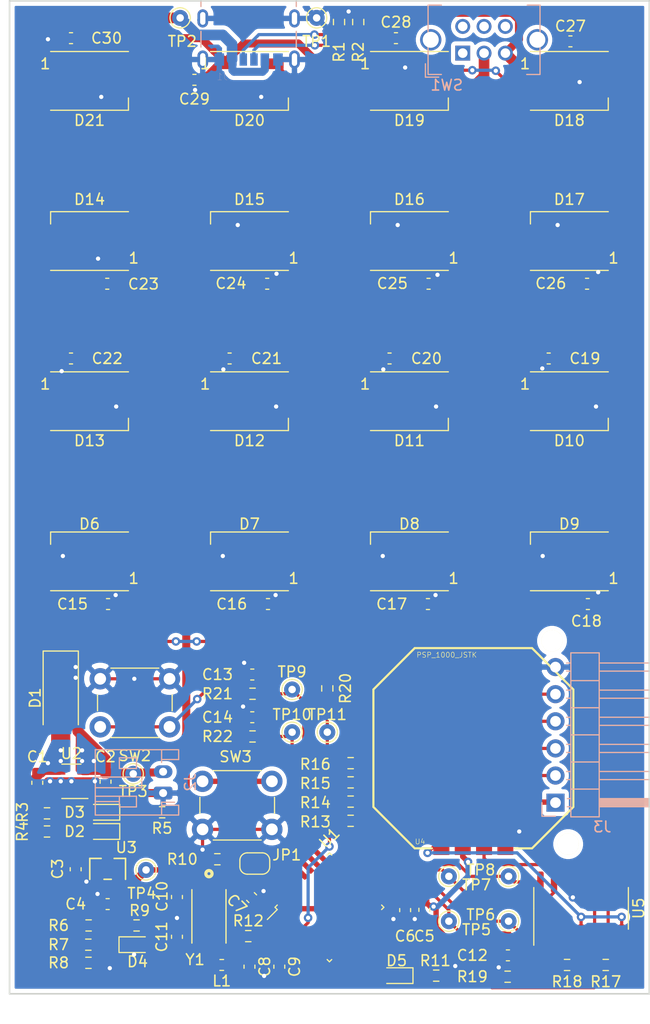
<source format=kicad_pcb>
(kicad_pcb (version 20171130) (host pcbnew 5.1.8)
  (title_block (title 2048-hw) (date 2021-01-11) (rev 0.1))
  (layers (0 F.Cu signal) (31 B.Cu power hide) (34 B.Paste user) (35 F.Paste user) (36 B.SilkS user) (37 F.SilkS user) (38 B.Mask user) (39 F.Mask user) (44 Edge.Cuts user))
  (net 0 "")
  (net 1 +5V)
  (net 2 GND)
  (net 3 V_BAT_IN)
  (net 4 V_BAT)
  (net 5 +3V3)
  (net 6 +3.3VA)
  (net 7 HSE_IN)
  (net 8 "Net-(C11-Pad1)")
  (net 9 PUSH_A)
  (net 10 PUSH_B)
  (net 11 "Net-(D2-Pad1)")
  (net 12 "Net-(D4-Pad2)")
  (net 13 "Net-(D5-Pad1)")
  (net 14 LED_STATUS)
  (net 15 "Net-(D6-Pad2)")
  (net 16 "Net-(D6-Pad4)")
  (net 17 "Net-(D7-Pad2)")
  (net 18 "Net-(D8-Pad2)")
  (net 19 "Net-(D10-Pad4)")
  (net 20 "Net-(D10-Pad2)")
  (net 21 "Net-(D11-Pad2)")
  (net 22 "Net-(D12-Pad2)")
  (net 23 "Net-(D13-Pad2)")
  (net 24 "Net-(D14-Pad2)")
  (net 25 "Net-(D15-Pad2)")
  (net 26 "Net-(D16-Pad2)")
  (net 27 "Net-(D17-Pad2)")
  (net 28 "Net-(D18-Pad2)")
  (net 29 "Net-(D19-Pad2)")
  (net 30 "Net-(D20-Pad2)")
  (net 31 "Net-(D21-Pad2)")
  (net 32 "Net-(J1-PadB5)")
  (net 33 "Net-(J1-PadA5)")
  (net 34 "Net-(J3-Pad2)")
  (net 35 "Net-(J3-Pad3)")
  (net 36 "Net-(J3-Pad4)")
  (net 37 "Net-(J3-Pad5)")
  (net 38 BOOT0)
  (net 39 "Net-(R3-Pad1)")
  (net 40 BAT_ADC)
  (net 41 "Net-(R7-Pad1)")
  (net 42 HSE_OUT)
  (net 43 SWCLK)
  (net 44 SWDIO)
  (net 45 NRST)
  (net 46 SWO)
  (net 47 34_REF)
  (net 48 14_REF)
  (net 49 SPI1_MOSI)
  (net 50 "Net-(R21-Pad2)")
  (net 51 "Net-(R22-Pad2)")
  (net 52 "Net-(SW1-Pad1)")
  (net 53 X_MIN)
  (net 54 X_MAX)
  (net 55 Y_MIN)
  (net 56 Y_MAX)
  (net 57 "Net-(U1-Pad7)")
  (net 58 "Net-(U1-Pad8)")
  (net 59 "Net-(U1-Pad10)")
  (net 60 "Net-(U1-Pad11)")
  (net 61 "Net-(U1-Pad12)")
  (net 62 "Net-(U1-Pad22)")
  (net 63 "Net-(U1-Pad25)")
  (net 64 "Net-(U1-Pad27)")
  (net 65 JSTK_X)
  (net 66 JSTK_Y)
  (net 67 "Net-(U1-Pad13)")
  (net 68 "Net-(U1-Pad14)")
  (net 69 "Net-(U1-Pad15)")
  (net 70 "Net-(D2-Pad2)")
  (net 71 "Net-(D3-Pad1)")
  (module 2048-hw:CUI_UJC-HP-3-SMT-TR (layer B.Cu) (at 142.42 65.5)
    (fp_text reference J1 (at -2.468 1.6064) (layer B.SilkS) (effects (font (size 0.64 0.64) (thickness 0.015)) (justify mirror)))
    (fp_text value UJC-HP-3-SMT-TR)
    (pad B5 smd rect (at 0.5 0) (size 0.7 1.15) (layers B.Cu B.Paste B.Mask) (net 32 "Net-(J1-PadB5)"))
    (pad A5 smd rect (at -0.5 0) (size 0.7 1.15) (layers B.Cu B.Paste B.Mask) (net 33 "Net-(J1-PadA5)"))
    (pad B9 smd rect (at -1.52 0) (size 0.8 1.15) (layers B.Cu B.Paste B.Mask) (net 1 +5V))
    (pad A9 smd rect (at 1.52 0) (size 0.8 1.15) (layers B.Cu B.Paste B.Mask) (net 1 +5V))
    (pad B12 smd rect (at -2.75 0) (size 0.9 1.15) (layers B.Cu B.Paste B.Mask) (net 2 GND))
    (pad A12 smd rect (at 2.75 0) (size 0.9 1.15) (layers B.Cu B.Paste B.Mask) (net 2 GND))
    (pad S4 thru_hole oval (at 4.3 -3.85) (size 1 1.7) (drill oval 0.5 1.2) (layers *.Cu *.Mask) (net 2 GND))
    (pad S2 thru_hole oval (at 4.3 0) (size 1 1.7) (drill oval 0.5 1.2) (layers *.Cu *.Mask) (net 2 GND))
    (pad S1 thru_hole oval (at -4.3 0) (size 1 1.7) (drill oval 0.5 1.2) (layers *.Cu *.Mask) (net 2 GND))
    (pad S3 thru_hole oval (at -4.3 -3.85) (size 1 1.7) (drill oval 0.5 1.2) (layers *.Cu *.Mask) (net 2 GND))
  )
  (module Inductor_SMD:L_0603_1608Metric_Pad1.05x0.95mm_HandSolder (layer F.Cu) (at 139.9 150.3)
    (fp_text reference L1 (at 0 1.5) (layer F.SilkS))
    (fp_text value 39n)
    (pad 2 smd roundrect (at 0.875 0) (size 1.05 0.95) (layers F.Cu F.Paste F.Mask) (net 6 +3.3VA))
    (pad 1 smd roundrect (at -0.875 0) (size 1.05 0.95) (layers F.Cu F.Paste F.Mask) (net 5 +3V3))
  )
  (module Package_QFP:LQFP-32_7x7mm_P0.8mm (layer F.Cu) (at 150 144.9 45)
    (fp_text reference U1 (at 4.596194 -4.596194 45) (layer F.SilkS))
    (fp_text value STM32F303K8Tx)
    (pad 32 smd roundrect (at -2.8 -4.175 45) (size 0.5 1.5) (layers F.Cu F.Paste F.Mask) (net 2 GND))
    (pad 31 smd roundrect (at -2 -4.175 45) (size 0.5 1.5) (layers F.Cu F.Paste F.Mask) (net 38 BOOT0))
    (pad 30 smd roundrect (at -1.2 -4.175 45) (size 0.5 1.5) (layers F.Cu F.Paste F.Mask) (net 10 PUSH_B))
    (pad 29 smd roundrect (at -0.4 -4.175 45) (size 0.5 1.5) (layers F.Cu F.Paste F.Mask) (net 9 PUSH_A))
    (pad 28 smd roundrect (at 0.4 -4.175 45) (size 0.5 1.5) (layers F.Cu F.Paste F.Mask) (net 49 SPI1_MOSI))
    (pad 27 smd roundrect (at 1.2 -4.175 45) (size 0.5 1.5) (layers F.Cu F.Paste F.Mask) (net 64 "Net-(U1-Pad27)"))
    (pad 26 smd roundrect (at 2 -4.175 45) (size 0.5 1.5) (layers F.Cu F.Paste F.Mask) (net 46 SWO))
    (pad 25 smd roundrect (at 2.8 -4.175 45) (size 0.5 1.5) (layers F.Cu F.Paste F.Mask) (net 63 "Net-(U1-Pad25)"))
    (pad 24 smd roundrect (at 4.175 -2.8 45) (size 1.5 0.5) (layers F.Cu F.Paste F.Mask) (net 43 SWCLK))
    (pad 23 smd roundrect (at 4.175 -2 45) (size 1.5 0.5) (layers F.Cu F.Paste F.Mask) (net 44 SWDIO))
    (pad 22 smd roundrect (at 4.175 -1.2 45) (size 1.5 0.5) (layers F.Cu F.Paste F.Mask) (net 62 "Net-(U1-Pad22)"))
    (pad 21 smd roundrect (at 4.175 -0.4 45) (size 1.5 0.5) (layers F.Cu F.Paste F.Mask) (net 56 Y_MAX))
    (pad 20 smd roundrect (at 4.175 0.4 45) (size 1.5 0.5) (layers F.Cu F.Paste F.Mask) (net 55 Y_MIN))
    (pad 19 smd roundrect (at 4.175 1.2 45) (size 1.5 0.5) (layers F.Cu F.Paste F.Mask) (net 54 X_MAX))
    (pad 18 smd roundrect (at 4.175 2 45) (size 1.5 0.5) (layers F.Cu F.Paste F.Mask) (net 53 X_MIN))
    (pad 17 smd roundrect (at 4.175 2.8 45) (size 1.5 0.5) (layers F.Cu F.Paste F.Mask) (net 5 +3V3))
    (pad 16 smd roundrect (at 2.8 4.175 45) (size 0.5 1.5) (layers F.Cu F.Paste F.Mask) (net 2 GND))
    (pad 15 smd roundrect (at 2 4.175 45) (size 0.5 1.5) (layers F.Cu F.Paste F.Mask) (net 69 "Net-(U1-Pad15)"))
    (pad 14 smd roundrect (at 1.2 4.175 45) (size 0.5 1.5) (layers F.Cu F.Paste F.Mask) (net 68 "Net-(U1-Pad14)"))
    (pad 13 smd roundrect (at 0.4 4.175 45) (size 0.5 1.5) (layers F.Cu F.Paste F.Mask) (net 67 "Net-(U1-Pad13)"))
    (pad 12 smd roundrect (at -0.4 4.175 45) (size 0.5 1.5) (layers F.Cu F.Paste F.Mask) (net 61 "Net-(U1-Pad12)"))
    (pad 11 smd roundrect (at -1.2 4.175 45) (size 0.5 1.5) (layers F.Cu F.Paste F.Mask) (net 60 "Net-(U1-Pad11)"))
    (pad 10 smd roundrect (at -2 4.175 45) (size 0.5 1.5) (layers F.Cu F.Paste F.Mask) (net 59 "Net-(U1-Pad10)"))
    (pad 9 smd roundrect (at -2.8 4.175 45) (size 0.5 1.5) (layers F.Cu F.Paste F.Mask) (net 14 LED_STATUS))
    (pad 8 smd roundrect (at -4.175 2.8 45) (size 1.5 0.5) (layers F.Cu F.Paste F.Mask) (net 58 "Net-(U1-Pad8)"))
    (pad 7 smd roundrect (at -4.175 2 45) (size 1.5 0.5) (layers F.Cu F.Paste F.Mask) (net 57 "Net-(U1-Pad7)"))
    (pad 6 smd roundrect (at -4.175 1.2 45) (size 1.5 0.5) (layers F.Cu F.Paste F.Mask) (net 40 BAT_ADC))
    (pad 5 smd roundrect (at -4.175 0.4 45) (size 1.5 0.5) (layers F.Cu F.Paste F.Mask) (net 6 +3.3VA))
    (pad 4 smd roundrect (at -4.175 -0.4 45) (size 1.5 0.5) (layers F.Cu F.Paste F.Mask) (net 45 NRST))
    (pad 3 smd roundrect (at -4.175 -1.2 45) (size 1.5 0.5) (layers F.Cu F.Paste F.Mask) (net 42 HSE_OUT))
    (pad 2 smd roundrect (at -4.175 -2 45) (size 1.5 0.5) (layers F.Cu F.Paste F.Mask) (net 7 HSE_IN))
    (pad 1 smd roundrect (at -4.175 -2.8 45) (size 1.5 0.5) (layers F.Cu F.Paste F.Mask) (net 5 +3V3))
  )
  (module Capacitor_SMD:C_0603_1608Metric_Pad1.08x0.95mm_HandSolder (layer F.Cu) (at 159.2375 116.5)
    (fp_text reference C17 (at -3.4 0) (layer F.SilkS))
    (fp_text value 100n)
    (pad 2 smd roundrect (at 0.8625 0) (size 1.075 0.95) (layers F.Cu F.Paste F.Mask) (net 2 GND))
    (pad 1 smd roundrect (at -0.8625 0) (size 1.075 0.95) (layers F.Cu F.Paste F.Mask) (net 4 V_BAT))
  )
  (module Resistor_SMD:R_0603_1608Metric_Pad0.98x0.95mm_HandSolder (layer F.Cu) (at 123.5125 136.1 180)
    (fp_text reference R3 (at 2.3125 0.1 90) (layer F.SilkS))
    (fp_text value 2k2)
    (pad 1 smd roundrect (at -0.9125 0 180) (size 0.975 0.95) (layers F.Cu F.Paste F.Mask) (net 39 "Net-(R3-Pad1)"))
    (pad 2 smd roundrect (at 0.9125 0 180) (size 0.975 0.95) (layers F.Cu F.Paste F.Mask) (net 2 GND))
  )
  (module Capacitor_SMD:C_0603_1608Metric_Pad1.08x0.95mm_HandSolder (layer F.Cu) (at 122.6 133.2375 270)
    (fp_text reference C1 (at -2.4375 0 180) (layer F.SilkS))
    (fp_text value 4u7)
    (pad 2 smd roundrect (at 0.8625 0 270) (size 1.075 0.95) (layers F.Cu F.Paste F.Mask) (net 2 GND))
    (pad 1 smd roundrect (at -0.8625 0 270) (size 1.075 0.95) (layers F.Cu F.Paste F.Mask) (net 1 +5V))
  )
  (module 2048-hw:AP2210N-3.3TRG1 (layer F.Cu) (at 129.2 141.3)
    (fp_text reference U3 (at 1.75 -2) (layer F.SilkS))
    (fp_text value AP2210N-3.3TRG1)
    (pad 3 smd rect (at 0 -1.1938) (size 0.5588 1.3208) (layers F.Cu F.Paste F.Mask) (net 4 V_BAT))
    (pad 2 smd rect (at 0.950001 1.1938) (size 0.5588 1.3208) (layers F.Cu F.Paste F.Mask) (net 5 +3V3))
    (pad 1 smd rect (at -0.950001 1.1938) (size 0.5588 1.3208) (layers F.Cu F.Paste F.Mask) (net 2 GND))
  )
  (module 2048-hw:E_SWITCH_EG2208A (layer B.Cu) (at 162.5 64.9)
    (fp_text reference SW1 (at -1.5 3) (layer B.SilkS) (effects (justify mirror)))
    (fp_text value SW_SPDT)
    (pad 1 thru_hole rect (at 0 0) (size 1.4 1.4) (drill 0.9) (layers *.Cu *.Mask) (net 52 "Net-(SW1-Pad1)"))
    (pad 2 thru_hole circle (at 2 0) (size 1.4 1.4) (drill 0.9) (layers *.Cu *.Mask) (net 3 V_BAT_IN))
    (pad 3 thru_hole circle (at 4 0) (size 1.4 1.4) (drill 0.9) (layers *.Cu *.Mask) (net 4 V_BAT))
    (pad 4 thru_hole circle (at 0 -2.5) (size 1.4 1.4) (drill 0.9) (layers *.Cu *.Mask))
    (pad 5 thru_hole circle (at 2 -2.5) (size 1.4 1.4) (drill 0.9) (layers *.Cu *.Mask))
    (pad 6 thru_hole circle (at 4 -2.5) (size 1.4 1.4) (drill 0.9) (layers *.Cu *.Mask))
    (pad 7 thru_hole circle (at -3 -1.25) (size 2 2) (drill 1.5) (layers *.Cu *.Mask))
    (pad 8 thru_hole circle (at 7 -1.25) (size 2 2) (drill 1.5) (layers *.Cu *.Mask))
  )
  (module Connector_JST:JST_PH_S2B-PH-K_1x02_P2.00mm_Horizontal (layer B.Cu) (at 134.4 134.2 90)
    (fp_text reference J2 (at 1 2.55 270) (layer B.SilkS) (effects (justify mirror)))
    (fp_text value Battery)
    (pad 1 thru_hole roundrect (at 0 0 90) (size 1.2 1.75) (drill 0.75) (layers *.Cu *.Mask) (roundrect_rratio 0.208333) (net 2 GND))
    (pad 2 thru_hole oval (at 2 0 90) (size 1.2 1.75) (drill 0.75) (layers *.Cu *.Mask) (net 3 V_BAT_IN))
  )
  (module TestPoint:TestPoint_THTPad_D1.5mm_Drill0.7mm (layer F.Cu) (at 149.8 128.5)
    (fp_text reference TP11 (at 0 -1.648) (layer F.SilkS))
    (fp_text value LED_DAT)
    (pad 1 thru_hole circle (at 0 0) (size 1.5 1.5) (drill 0.7) (layers *.Cu *.Mask) (net 49 SPI1_MOSI))
  )
  (module TestPoint:TestPoint_THTPad_D1.5mm_Drill0.7mm (layer F.Cu) (at 146.5 128.5)
    (fp_text reference TP10 (at 0 -1.648) (layer F.SilkS))
    (fp_text value PUSH_B)
    (pad 1 thru_hole circle (at 0 0) (size 1.5 1.5) (drill 0.7) (layers *.Cu *.Mask) (net 10 PUSH_B))
  )
  (module TestPoint:TestPoint_THTPad_D1.5mm_Drill0.7mm (layer F.Cu) (at 146.5 124.5)
    (fp_text reference TP9 (at 0 -1.648) (layer F.SilkS))
    (fp_text value PUSH_A)
    (pad 1 thru_hole circle (at 0 0) (size 1.5 1.5) (drill 0.7) (layers *.Cu *.Mask) (net 9 PUSH_A))
  )
  (module TestPoint:TestPoint_THTPad_D1.5mm_Drill0.7mm (layer F.Cu) (at 166.8 142)
    (fp_text reference TP8 (at -2.6 -0.6) (layer F.SilkS))
    (fp_text value Y_MAX)
    (pad 1 thru_hole circle (at 0 0) (size 1.5 1.5) (drill 0.7) (layers *.Cu *.Mask) (net 56 Y_MAX))
  )
  (module TestPoint:TestPoint_THTPad_D1.5mm_Drill0.7mm (layer F.Cu) (at 161.2 142)
    (fp_text reference TP7 (at 2.6 0.8) (layer F.SilkS))
    (fp_text value Y_MIN)
    (pad 1 thru_hole circle (at 0 0) (size 1.5 1.5) (drill 0.7) (layers *.Cu *.Mask) (net 55 Y_MIN))
  )
  (module TestPoint:TestPoint_THTPad_D1.5mm_Drill0.7mm (layer F.Cu) (at 166.8 146.2)
    (fp_text reference TP6 (at -2.6 -0.6) (layer F.SilkS))
    (fp_text value X_MAX)
    (pad 1 thru_hole circle (at 0 0) (size 1.5 1.5) (drill 0.7) (layers *.Cu *.Mask) (net 54 X_MAX))
  )
  (module TestPoint:TestPoint_THTPad_D1.5mm_Drill0.7mm (layer F.Cu) (at 161.2 146.2)
    (fp_text reference TP5 (at 2.6 0.8 180) (layer F.SilkS))
    (fp_text value X_MIN)
    (pad 1 thru_hole circle (at 0 0) (size 1.5 1.5) (drill 0.7) (layers *.Cu *.Mask) (net 53 X_MIN))
  )
  (module TestPoint:TestPoint_THTPad_D1.5mm_Drill0.7mm (layer F.Cu) (at 132.8 141.4)
    (fp_text reference TP4 (at -0.4 2.2) (layer F.SilkS))
    (fp_text value 3V3)
    (pad 1 thru_hole circle (at 0 0) (size 1.5 1.5) (drill 0.7) (layers *.Cu *.Mask) (net 5 +3V3))
  )
  (module TestPoint:TestPoint_THTPad_D1.5mm_Drill0.7mm (layer F.Cu) (at 131.6 132.4 180)
    (fp_text reference TP3 (at 0 -1.648) (layer F.SilkS))
    (fp_text value BAT+)
    (pad 1 thru_hole circle (at 0 0 180) (size 1.5 1.5) (drill 0.7) (layers *.Cu *.Mask) (net 3 V_BAT_IN))
  )
  (module TestPoint:TestPoint_THTPad_D1.5mm_Drill0.7mm (layer F.Cu) (at 136 61.6 270)
    (fp_text reference TP2 (at 2.2 -0.2) (layer F.SilkS))
    (fp_text value 5V)
    (pad 1 thru_hole circle (at 0 0 270) (size 1.5 1.5) (drill 0.7) (layers *.Cu *.Mask) (net 1 +5V))
  )
  (module TestPoint:TestPoint_THTPad_D1.5mm_Drill0.7mm (layer F.Cu) (at 148.8 61.6 270)
    (fp_text reference TP1 (at 2.2 0) (layer F.SilkS))
    (fp_text value GND)
    (pad 1 thru_hole circle (at 0 0 270) (size 1.5 1.5) (drill 0.7) (layers *.Cu *.Mask) (net 2 GND))
  )
  (module Capacitor_SMD:C_0603_1608Metric_Pad1.08x0.95mm_HandSolder (layer F.Cu) (at 129 133.1375 90)
    (fp_text reference C2 (at 2.3375 0 180) (layer F.SilkS))
    (fp_text value 4u7)
    (pad 1 smd roundrect (at -0.8625 0 90) (size 1.075 0.95) (layers F.Cu F.Paste F.Mask) (net 2 GND))
    (pad 2 smd roundrect (at 0.8625 0 90) (size 1.075 0.95) (layers F.Cu F.Paste F.Mask) (net 3 V_BAT_IN))
  )
  (module Capacitor_SMD:C_0603_1608Metric_Pad1.08x0.95mm_HandSolder (layer F.Cu) (at 126.2 141.3375 270)
    (fp_text reference C3 (at -0.0375 1.7 90) (layer F.SilkS))
    (fp_text value 4u7)
    (pad 1 smd roundrect (at -0.8625 0 270) (size 1.075 0.95) (layers F.Cu F.Paste F.Mask) (net 4 V_BAT))
    (pad 2 smd roundrect (at 0.8625 0 270) (size 1.075 0.95) (layers F.Cu F.Paste F.Mask) (net 2 GND))
  )
  (module Capacitor_SMD:C_0603_1608Metric_Pad1.08x0.95mm_HandSolder (layer F.Cu) (at 129.2 144.6 180)
    (fp_text reference C4 (at 3 0) (layer F.SilkS))
    (fp_text value 4u7)
    (pad 2 smd roundrect (at 0.8625 0 180) (size 1.075 0.95) (layers F.Cu F.Paste F.Mask) (net 2 GND))
    (pad 1 smd roundrect (at -0.8625 0 180) (size 1.075 0.95) (layers F.Cu F.Paste F.Mask) (net 5 +3V3))
  )
  (module Capacitor_SMD:C_0603_1608Metric_Pad1.08x0.95mm_HandSolder (layer F.Cu) (at 158.9 145.1375 270)
    (fp_text reference C5 (at 2.4625 0 180) (layer F.SilkS))
    (fp_text value 4u7)
    (pad 2 smd roundrect (at 0.8625 0 270) (size 1.075 0.95) (layers F.Cu F.Paste F.Mask) (net 2 GND))
    (pad 1 smd roundrect (at -0.8625 0 270) (size 1.075 0.95) (layers F.Cu F.Paste F.Mask) (net 5 +3V3))
  )
  (module Capacitor_SMD:C_0603_1608Metric_Pad1.08x0.95mm_HandSolder (layer F.Cu) (at 157.1 145.1625 270)
    (fp_text reference C6 (at 2.4375 0 180) (layer F.SilkS))
    (fp_text value 100n)
    (pad 1 smd roundrect (at -0.8625 0 270) (size 1.075 0.95) (layers F.Cu F.Paste F.Mask) (net 5 +3V3))
    (pad 2 smd roundrect (at 0.8625 0 270) (size 1.075 0.95) (layers F.Cu F.Paste F.Mask) (net 2 GND))
  )
  (module Capacitor_SMD:C_0603_1608Metric_Pad1.08x0.95mm_HandSolder (layer F.Cu) (at 142.7 143.99012 135)
    (fp_text reference C7 (at 0.565685 -1.414214 135) (layer F.SilkS))
    (fp_text value 100n)
    (pad 2 smd roundrect (at 0.8625 0 135) (size 1.075 0.95) (layers F.Cu F.Paste F.Mask) (net 2 GND))
    (pad 1 smd roundrect (at -0.8625 0 135) (size 1.075 0.95) (layers F.Cu F.Paste F.Mask) (net 5 +3V3))
  )
  (module Capacitor_SMD:C_0603_1608Metric_Pad1.08x0.95mm_HandSolder (layer F.Cu) (at 142.5 150.4625 270)
    (fp_text reference C8 (at 0 -1.43 90) (layer F.SilkS))
    (fp_text value 1u)
    (pad 1 smd roundrect (at -0.8625 0 270) (size 1.075 0.95) (layers F.Cu F.Paste F.Mask) (net 6 +3.3VA))
    (pad 2 smd roundrect (at 0.8625 0 270) (size 1.075 0.95) (layers F.Cu F.Paste F.Mask) (net 2 GND))
  )
  (module Capacitor_SMD:C_0603_1608Metric_Pad1.08x0.95mm_HandSolder (layer F.Cu) (at 145.3 150.4625 270)
    (fp_text reference C9 (at 0 -1.43 90) (layer F.SilkS))
    (fp_text value 10n)
    (pad 2 smd roundrect (at 0.8625 0 270) (size 1.075 0.95) (layers F.Cu F.Paste F.Mask) (net 2 GND))
    (pad 1 smd roundrect (at -0.8625 0 270) (size 1.075 0.95) (layers F.Cu F.Paste F.Mask) (net 6 +3.3VA))
  )
  (module Capacitor_SMD:C_0603_1608Metric_Pad1.08x0.95mm_HandSolder (layer F.Cu) (at 135.7 143.9375 270)
    (fp_text reference C10 (at -0.0625 1.4 90) (layer F.SilkS))
    (fp_text value 12p)
    (pad 1 smd roundrect (at -0.8625 0 270) (size 1.075 0.95) (layers F.Cu F.Paste F.Mask) (net 7 HSE_IN))
    (pad 2 smd roundrect (at 0.8625 0 270) (size 1.075 0.95) (layers F.Cu F.Paste F.Mask) (net 2 GND))
  )
  (module Capacitor_SMD:C_0603_1608Metric_Pad1.08x0.95mm_HandSolder (layer F.Cu) (at 135.7 147.6625 90)
    (fp_text reference C11 (at 0 -1.43 90) (layer F.SilkS))
    (fp_text value 12p)
    (pad 2 smd roundrect (at 0.8625 0 90) (size 1.075 0.95) (layers F.Cu F.Paste F.Mask) (net 2 GND))
    (pad 1 smd roundrect (at -0.8625 0 90) (size 1.075 0.95) (layers F.Cu F.Paste F.Mask) (net 8 "Net-(C11-Pad1)"))
  )
  (module Capacitor_SMD:C_0603_1608Metric_Pad1.08x0.95mm_HandSolder (layer F.Cu) (at 166.7375 149.4)
    (fp_text reference C12 (at -3.3375 0) (layer F.SilkS))
    (fp_text value 100n)
    (pad 1 smd roundrect (at -0.8625 0) (size 1.075 0.95) (layers F.Cu F.Paste F.Mask) (net 2 GND))
    (pad 2 smd roundrect (at 0.8625 0) (size 1.075 0.95) (layers F.Cu F.Paste F.Mask) (net 5 +3V3))
  )
  (module Capacitor_SMD:C_0603_1608Metric_Pad1.08x0.95mm_HandSolder (layer F.Cu) (at 142.7625 123.1 180)
    (fp_text reference C13 (at 3.2625 0) (layer F.SilkS))
    (fp_text value 100n)
    (pad 1 smd roundrect (at -0.8625 0 180) (size 1.075 0.95) (layers F.Cu F.Paste F.Mask) (net 9 PUSH_A))
    (pad 2 smd roundrect (at 0.8625 0 180) (size 1.075 0.95) (layers F.Cu F.Paste F.Mask) (net 2 GND))
  )
  (module Capacitor_SMD:C_0603_1608Metric_Pad1.08x0.95mm_HandSolder (layer F.Cu) (at 142.7625 127.1 180)
    (fp_text reference C14 (at 3.2625 0) (layer F.SilkS))
    (fp_text value 100n)
    (pad 1 smd roundrect (at -0.8625 0 180) (size 1.075 0.95) (layers F.Cu F.Paste F.Mask) (net 10 PUSH_B))
    (pad 2 smd roundrect (at 0.8625 0 180) (size 1.075 0.95) (layers F.Cu F.Paste F.Mask) (net 2 GND))
  )
  (module Capacitor_SMD:C_0603_1608Metric_Pad1.08x0.95mm_HandSolder (layer F.Cu) (at 129.2375 116.5)
    (fp_text reference C15 (at -3.3375 0) (layer F.SilkS))
    (fp_text value 100n)
    (pad 2 smd roundrect (at 0.8625 0) (size 1.075 0.95) (layers F.Cu F.Paste F.Mask) (net 2 GND))
    (pad 1 smd roundrect (at -0.8625 0) (size 1.075 0.95) (layers F.Cu F.Paste F.Mask) (net 4 V_BAT))
  )
  (module Capacitor_SMD:C_0603_1608Metric_Pad1.08x0.95mm_HandSolder (layer F.Cu) (at 144.2375 116.5)
    (fp_text reference C16 (at -3.4 0) (layer F.SilkS))
    (fp_text value 100n)
    (pad 1 smd roundrect (at -0.8625 0) (size 1.075 0.95) (layers F.Cu F.Paste F.Mask) (net 4 V_BAT))
    (pad 2 smd roundrect (at 0.8625 0) (size 1.075 0.95) (layers F.Cu F.Paste F.Mask) (net 2 GND))
  )
  (module Capacitor_SMD:C_0603_1608Metric_Pad1.08x0.95mm_HandSolder (layer F.Cu) (at 174.2375 116.5)
    (fp_text reference C18 (at -0.1375 1.6) (layer F.SilkS))
    (fp_text value 100n)
    (pad 1 smd roundrect (at -0.8625 0) (size 1.075 0.95) (layers F.Cu F.Paste F.Mask) (net 4 V_BAT))
    (pad 2 smd roundrect (at 0.8625 0) (size 1.075 0.95) (layers F.Cu F.Paste F.Mask) (net 2 GND))
  )
  (module Capacitor_SMD:C_0603_1608Metric_Pad1.08x0.95mm_HandSolder (layer F.Cu) (at 170.5625 93.5 180)
    (fp_text reference C19 (at -3.4 0) (layer F.SilkS))
    (fp_text value 100n)
    (pad 1 smd roundrect (at -0.8625 0 180) (size 1.075 0.95) (layers F.Cu F.Paste F.Mask) (net 4 V_BAT))
    (pad 2 smd roundrect (at 0.8625 0 180) (size 1.075 0.95) (layers F.Cu F.Paste F.Mask) (net 2 GND))
  )
  (module Capacitor_SMD:C_0603_1608Metric_Pad1.08x0.95mm_HandSolder (layer F.Cu) (at 155.6375 93.5 180)
    (fp_text reference C20 (at -3.4625 0) (layer F.SilkS))
    (fp_text value 100n)
    (pad 2 smd roundrect (at 0.8625 0 180) (size 1.075 0.95) (layers F.Cu F.Paste F.Mask) (net 2 GND))
    (pad 1 smd roundrect (at -0.8625 0 180) (size 1.075 0.95) (layers F.Cu F.Paste F.Mask) (net 4 V_BAT))
  )
  (module Capacitor_SMD:C_0603_1608Metric_Pad1.08x0.95mm_HandSolder (layer F.Cu) (at 140.6375 93.5 180)
    (fp_text reference C21 (at -3.4625 0) (layer F.SilkS))
    (fp_text value 100n)
    (pad 1 smd roundrect (at -0.8625 0 180) (size 1.075 0.95) (layers F.Cu F.Paste F.Mask) (net 4 V_BAT))
    (pad 2 smd roundrect (at 0.8625 0 180) (size 1.075 0.95) (layers F.Cu F.Paste F.Mask) (net 2 GND))
  )
  (module Capacitor_SMD:C_0603_1608Metric_Pad1.08x0.95mm_HandSolder (layer F.Cu) (at 125.7625 93.5 180)
    (fp_text reference C22 (at -3.4 0) (layer F.SilkS))
    (fp_text value 100n)
    (pad 2 smd roundrect (at 0.8625 0 180) (size 1.075 0.95) (layers F.Cu F.Paste F.Mask) (net 2 GND))
    (pad 1 smd roundrect (at -0.8625 0 180) (size 1.075 0.95) (layers F.Cu F.Paste F.Mask) (net 4 V_BAT))
  )
  (module Capacitor_SMD:C_0603_1608Metric_Pad1.08x0.95mm_HandSolder (layer F.Cu) (at 129.1625 86.5 180)
    (fp_text reference C23 (at -3.4 -0.03) (layer F.SilkS))
    (fp_text value 100n)
    (pad 1 smd roundrect (at -0.8625 0 180) (size 1.075 0.95) (layers F.Cu F.Paste F.Mask) (net 4 V_BAT))
    (pad 2 smd roundrect (at 0.8625 0 180) (size 1.075 0.95) (layers F.Cu F.Paste F.Mask) (net 2 GND))
  )
  (module Capacitor_SMD:C_0603_1608Metric_Pad1.08x0.95mm_HandSolder (layer F.Cu) (at 144.1625 86.5)
    (fp_text reference C24 (at -3.4 -0.03) (layer F.SilkS))
    (fp_text value 100n)
    (pad 2 smd roundrect (at 0.8625 0) (size 1.075 0.95) (layers F.Cu F.Paste F.Mask) (net 2 GND))
    (pad 1 smd roundrect (at -0.8625 0) (size 1.075 0.95) (layers F.Cu F.Paste F.Mask) (net 4 V_BAT))
  )
  (module Capacitor_SMD:C_0603_1608Metric_Pad1.08x0.95mm_HandSolder (layer F.Cu) (at 159.3 86.5)
    (fp_text reference C25 (at -3.4 -0.03) (layer F.SilkS))
    (fp_text value 100n)
    (pad 1 smd roundrect (at -0.8625 0) (size 1.075 0.95) (layers F.Cu F.Paste F.Mask) (net 4 V_BAT))
    (pad 2 smd roundrect (at 0.8625 0) (size 1.075 0.95) (layers F.Cu F.Paste F.Mask) (net 2 GND))
  )
  (module Capacitor_SMD:C_0603_1608Metric_Pad1.08x0.95mm_HandSolder (layer F.Cu) (at 174.1625 86.5)
    (fp_text reference C26 (at -3.4 -0.03) (layer F.SilkS))
    (fp_text value 100n)
    (pad 2 smd roundrect (at 0.8625 0) (size 1.075 0.95) (layers F.Cu F.Paste F.Mask) (net 2 GND))
    (pad 1 smd roundrect (at -0.8625 0) (size 1.075 0.95) (layers F.Cu F.Paste F.Mask) (net 4 V_BAT))
  )
  (module Capacitor_SMD:C_0603_1608Metric_Pad1.08x0.95mm_HandSolder (layer F.Cu) (at 172.6 63.8)
    (fp_text reference C27 (at 0 -1.43) (layer F.SilkS))
    (fp_text value 100n)
    (pad 1 smd roundrect (at -0.8625 0) (size 1.075 0.95) (layers F.Cu F.Paste F.Mask) (net 4 V_BAT))
    (pad 2 smd roundrect (at 0.8625 0) (size 1.075 0.95) (layers F.Cu F.Paste F.Mask) (net 2 GND))
  )
  (module Capacitor_SMD:C_0603_1608Metric_Pad1.08x0.95mm_HandSolder (layer F.Cu) (at 156.2375 63.5)
    (fp_text reference C28 (at 0 -1.5) (layer F.SilkS))
    (fp_text value 100n)
    (pad 2 smd roundrect (at 0.8625 0) (size 1.075 0.95) (layers F.Cu F.Paste F.Mask) (net 2 GND))
    (pad 1 smd roundrect (at -0.8625 0) (size 1.075 0.95) (layers F.Cu F.Paste F.Mask) (net 4 V_BAT))
  )
  (module Capacitor_SMD:C_0603_1608Metric_Pad1.08x0.95mm_HandSolder (layer F.Cu) (at 137.3375 67.4 180)
    (fp_text reference C29 (at 0 -1.8) (layer F.SilkS))
    (fp_text value 100n)
    (pad 2 smd roundrect (at 0.8625 0 180) (size 1.075 0.95) (layers F.Cu F.Paste F.Mask) (net 2 GND))
    (pad 1 smd roundrect (at -0.8625 0 180) (size 1.075 0.95) (layers F.Cu F.Paste F.Mask) (net 4 V_BAT))
  )
  (module Capacitor_SMD:C_0603_1608Metric_Pad1.08x0.95mm_HandSolder (layer F.Cu) (at 125.7625 63.5 180)
    (fp_text reference C30 (at -3.3375 0) (layer F.SilkS))
    (fp_text value 100n)
    (pad 2 smd roundrect (at 0.8625 0 180) (size 1.075 0.95) (layers F.Cu F.Paste F.Mask) (net 2 GND))
    (pad 1 smd roundrect (at -0.8625 0 180) (size 1.075 0.95) (layers F.Cu F.Paste F.Mask) (net 4 V_BAT))
  )
  (module Diode_SMD:D_SMA_Handsoldering (layer F.Cu) (at 124.8 125.3 270)
    (fp_text reference D1 (at 0 2.4 90) (layer F.SilkS))
    (fp_text value SMAJ5.0A)
    (pad 2 smd rect (at 2.5 0 270) (size 3.5 1.8) (layers F.Cu F.Paste F.Mask) (net 1 +5V))
    (pad 1 smd rect (at -2.5 0 270) (size 3.5 1.8) (layers F.Cu F.Paste F.Mask) (net 2 GND))
  )
  (module LED_SMD:LED_0603_1608Metric_Pad1.05x0.95mm_HandSolder (layer F.Cu) (at 128.675 137.8 180)
    (fp_text reference D2 (at 2.575 0) (layer F.SilkS))
    (fp_text value Charging)
    (pad 2 smd roundrect (at 0.875 0 180) (size 1.05 0.95) (layers F.Cu F.Paste F.Mask) (net 70 "Net-(D2-Pad2)"))
    (pad 1 smd roundrect (at -0.875 0 180) (size 1.05 0.95) (layers F.Cu F.Paste F.Mask) (net 11 "Net-(D2-Pad1)"))
  )
  (module LED_SMD:LED_0603_1608Metric_Pad1.05x0.95mm_HandSolder (layer F.Cu) (at 128.675 136 180)
    (fp_text reference D3 (at 2.575 0) (layer F.SilkS))
    (fp_text value Done)
    (pad 1 smd roundrect (at -0.875 0 180) (size 1.05 0.95) (layers F.Cu F.Paste F.Mask) (net 71 "Net-(D3-Pad1)"))
    (pad 2 smd roundrect (at 0.875 0 180) (size 1.05 0.95) (layers F.Cu F.Paste F.Mask) (net 11 "Net-(D2-Pad1)"))
  )
  (module LED_SMD:LED_0603_1608Metric_Pad1.05x0.95mm_HandSolder (layer F.Cu) (at 131.925 148.4)
    (fp_text reference D4 (at 0.075 1.6) (layer F.SilkS))
    (fp_text value 3V3)
    (pad 1 smd roundrect (at -0.875 0) (size 1.05 0.95) (layers F.Cu F.Paste F.Mask) (net 2 GND))
    (pad 2 smd roundrect (at 0.875 0) (size 1.05 0.95) (layers F.Cu F.Paste F.Mask) (net 12 "Net-(D4-Pad2)"))
  )
  (module LED_SMD:LED_0603_1608Metric_Pad1.05x0.95mm_HandSolder (layer F.Cu) (at 156.175 151.3 180)
    (fp_text reference D5 (at -0.125 1.4) (layer F.SilkS))
    (fp_text value STATUS)
    (pad 2 smd roundrect (at 0.875 0 180) (size 1.05 0.95) (layers F.Cu F.Paste F.Mask) (net 14 LED_STATUS))
    (pad 1 smd roundrect (at -0.875 0 180) (size 1.05 0.95) (layers F.Cu F.Paste F.Mask) (net 13 "Net-(D5-Pad1)"))
  )
  (module LED_SMD:LED_WS2812B_PLCC4_5.0x5.0mm_P3.2mm (layer F.Cu) (at 127.5 112.5 180)
    (fp_text reference D6 (at 0 3.5) (layer F.SilkS))
    (fp_text value WS2812B)
    (fp_text user 1 (at -4.15 -1.6) (layer F.SilkS))
    (pad 1 smd rect (at -2.45 -1.6 180) (size 1.5 1) (layers F.Cu F.Paste F.Mask) (net 4 V_BAT))
    (pad 2 smd rect (at -2.45 1.6 180) (size 1.5 1) (layers F.Cu F.Paste F.Mask) (net 15 "Net-(D6-Pad2)"))
    (pad 4 smd rect (at 2.45 -1.6 180) (size 1.5 1) (layers F.Cu F.Paste F.Mask) (net 16 "Net-(D6-Pad4)"))
    (pad 3 smd rect (at 2.45 1.6 180) (size 1.5 1) (layers F.Cu F.Paste F.Mask) (net 2 GND))
  )
  (module LED_SMD:LED_WS2812B_PLCC4_5.0x5.0mm_P3.2mm (layer F.Cu) (at 142.5 112.5 180)
    (fp_text reference D7 (at 0 3.5) (layer F.SilkS))
    (fp_text value WS2812B)
    (fp_text user 1 (at -4.15 -1.6) (layer F.SilkS))
    (pad 3 smd rect (at 2.45 1.6 180) (size 1.5 1) (layers F.Cu F.Paste F.Mask) (net 2 GND))
    (pad 4 smd rect (at 2.45 -1.6 180) (size 1.5 1) (layers F.Cu F.Paste F.Mask) (net 15 "Net-(D6-Pad2)"))
    (pad 2 smd rect (at -2.45 1.6 180) (size 1.5 1) (layers F.Cu F.Paste F.Mask) (net 17 "Net-(D7-Pad2)"))
    (pad 1 smd rect (at -2.45 -1.6 180) (size 1.5 1) (layers F.Cu F.Paste F.Mask) (net 4 V_BAT))
  )
  (module LED_SMD:LED_WS2812B_PLCC4_5.0x5.0mm_P3.2mm (layer F.Cu) (at 157.5 112.5 180)
    (fp_text reference D8 (at 0 3.5) (layer F.SilkS))
    (fp_text value WS2812B)
    (fp_text user 1 (at -4.15 -1.6) (layer F.SilkS))
    (pad 3 smd rect (at 2.45 1.6 180) (size 1.5 1) (layers F.Cu F.Paste F.Mask) (net 2 GND))
    (pad 4 smd rect (at 2.45 -1.6 180) (size 1.5 1) (layers F.Cu F.Paste F.Mask) (net 17 "Net-(D7-Pad2)"))
    (pad 2 smd rect (at -2.45 1.6 180) (size 1.5 1) (layers F.Cu F.Paste F.Mask) (net 18 "Net-(D8-Pad2)"))
    (pad 1 smd rect (at -2.45 -1.6 180) (size 1.5 1) (layers F.Cu F.Paste F.Mask) (net 4 V_BAT))
  )
  (module LED_SMD:LED_WS2812B_PLCC4_5.0x5.0mm_P3.2mm (layer F.Cu) (at 172.5 112.5 180)
    (fp_text reference D9 (at 0 3.5) (layer F.SilkS))
    (fp_text value WS2812B)
    (fp_text user 1 (at -4.15 -1.6) (layer F.SilkS))
    (pad 1 smd rect (at -2.45 -1.6 180) (size 1.5 1) (layers F.Cu F.Paste F.Mask) (net 4 V_BAT))
    (pad 2 smd rect (at -2.45 1.6 180) (size 1.5 1) (layers F.Cu F.Paste F.Mask) (net 19 "Net-(D10-Pad4)"))
    (pad 4 smd rect (at 2.45 -1.6 180) (size 1.5 1) (layers F.Cu F.Paste F.Mask) (net 18 "Net-(D8-Pad2)"))
    (pad 3 smd rect (at 2.45 1.6 180) (size 1.5 1) (layers F.Cu F.Paste F.Mask) (net 2 GND))
  )
  (module LED_SMD:LED_WS2812B_PLCC4_5.0x5.0mm_P3.2mm (layer F.Cu) (at 172.5 97.5)
    (fp_text reference D10 (at 0 3.7) (layer F.SilkS))
    (fp_text value WS2812B)
    (fp_text user 1 (at -4.15 -1.6) (layer F.SilkS))
    (pad 3 smd rect (at 2.45 1.6) (size 1.5 1) (layers F.Cu F.Paste F.Mask) (net 2 GND))
    (pad 4 smd rect (at 2.45 -1.6) (size 1.5 1) (layers F.Cu F.Paste F.Mask) (net 19 "Net-(D10-Pad4)"))
    (pad 2 smd rect (at -2.45 1.6) (size 1.5 1) (layers F.Cu F.Paste F.Mask) (net 20 "Net-(D10-Pad2)"))
    (pad 1 smd rect (at -2.45 -1.6) (size 1.5 1) (layers F.Cu F.Paste F.Mask) (net 4 V_BAT))
  )
  (module LED_SMD:LED_WS2812B_PLCC4_5.0x5.0mm_P3.2mm (layer F.Cu) (at 157.5 97.5)
    (fp_text reference D11 (at 0 3.7) (layer F.SilkS))
    (fp_text value WS2812B)
    (fp_text user 1 (at -4.15 -1.6) (layer F.SilkS))
    (pad 1 smd rect (at -2.45 -1.6) (size 1.5 1) (layers F.Cu F.Paste F.Mask) (net 4 V_BAT))
    (pad 2 smd rect (at -2.45 1.6) (size 1.5 1) (layers F.Cu F.Paste F.Mask) (net 21 "Net-(D11-Pad2)"))
    (pad 4 smd rect (at 2.45 -1.6) (size 1.5 1) (layers F.Cu F.Paste F.Mask) (net 20 "Net-(D10-Pad2)"))
    (pad 3 smd rect (at 2.45 1.6) (size 1.5 1) (layers F.Cu F.Paste F.Mask) (net 2 GND))
  )
  (module LED_SMD:LED_WS2812B_PLCC4_5.0x5.0mm_P3.2mm (layer F.Cu) (at 142.5 97.5)
    (fp_text reference D12 (at 0 3.7) (layer F.SilkS))
    (fp_text value WS2812B)
    (fp_text user 1 (at -4.15 -1.6) (layer F.SilkS))
    (pad 3 smd rect (at 2.45 1.6) (size 1.5 1) (layers F.Cu F.Paste F.Mask) (net 2 GND))
    (pad 4 smd rect (at 2.45 -1.6) (size 1.5 1) (layers F.Cu F.Paste F.Mask) (net 21 "Net-(D11-Pad2)"))
    (pad 2 smd rect (at -2.45 1.6) (size 1.5 1) (layers F.Cu F.Paste F.Mask) (net 22 "Net-(D12-Pad2)"))
    (pad 1 smd rect (at -2.45 -1.6) (size 1.5 1) (layers F.Cu F.Paste F.Mask) (net 4 V_BAT))
  )
  (module LED_SMD:LED_WS2812B_PLCC4_5.0x5.0mm_P3.2mm (layer F.Cu) (at 127.5 97.5)
    (fp_text reference D13 (at 0 3.7) (layer F.SilkS))
    (fp_text value WS2812B)
    (fp_text user 1 (at -4.15 -1.6) (layer F.SilkS))
    (pad 1 smd rect (at -2.45 -1.6) (size 1.5 1) (layers F.Cu F.Paste F.Mask) (net 4 V_BAT))
    (pad 2 smd rect (at -2.45 1.6) (size 1.5 1) (layers F.Cu F.Paste F.Mask) (net 23 "Net-(D13-Pad2)"))
    (pad 4 smd rect (at 2.45 -1.6) (size 1.5 1) (layers F.Cu F.Paste F.Mask) (net 22 "Net-(D12-Pad2)"))
    (pad 3 smd rect (at 2.45 1.6) (size 1.5 1) (layers F.Cu F.Paste F.Mask) (net 2 GND))
  )
  (module LED_SMD:LED_WS2812B_PLCC4_5.0x5.0mm_P3.2mm (layer F.Cu) (at 127.5 82.5 180)
    (fp_text reference D14 (at 0 3.9) (layer F.SilkS))
    (fp_text value WS2812B)
    (fp_text user 1 (at -4.15 -1.6) (layer F.SilkS))
    (pad 3 smd rect (at 2.45 1.6 180) (size 1.5 1) (layers F.Cu F.Paste F.Mask) (net 2 GND))
    (pad 4 smd rect (at 2.45 -1.6 180) (size 1.5 1) (layers F.Cu F.Paste F.Mask) (net 23 "Net-(D13-Pad2)"))
    (pad 2 smd rect (at -2.45 1.6 180) (size 1.5 1) (layers F.Cu F.Paste F.Mask) (net 24 "Net-(D14-Pad2)"))
    (pad 1 smd rect (at -2.45 -1.6 180) (size 1.5 1) (layers F.Cu F.Paste F.Mask) (net 4 V_BAT))
  )
  (module LED_SMD:LED_WS2812B_PLCC4_5.0x5.0mm_P3.2mm (layer F.Cu) (at 142.5 82.5 180)
    (fp_text reference D15 (at 0 3.9) (layer F.SilkS))
    (fp_text value WS2812B)
    (fp_text user 1 (at -4.15 -1.6) (layer F.SilkS))
    (pad 1 smd rect (at -2.45 -1.6 180) (size 1.5 1) (layers F.Cu F.Paste F.Mask) (net 4 V_BAT))
    (pad 2 smd rect (at -2.45 1.6 180) (size 1.5 1) (layers F.Cu F.Paste F.Mask) (net 25 "Net-(D15-Pad2)"))
    (pad 4 smd rect (at 2.45 -1.6 180) (size 1.5 1) (layers F.Cu F.Paste F.Mask) (net 24 "Net-(D14-Pad2)"))
    (pad 3 smd rect (at 2.45 1.6 180) (size 1.5 1) (layers F.Cu F.Paste F.Mask) (net 2 GND))
  )
  (module LED_SMD:LED_WS2812B_PLCC4_5.0x5.0mm_P3.2mm (layer F.Cu) (at 157.5 82.5 180)
    (fp_text reference D16 (at 0 3.9) (layer F.SilkS))
    (fp_text value WS2812B)
    (fp_text user 1 (at -4.15 -1.6) (layer F.SilkS))
    (pad 1 smd rect (at -2.45 -1.6 180) (size 1.5 1) (layers F.Cu F.Paste F.Mask) (net 4 V_BAT))
    (pad 2 smd rect (at -2.45 1.6 180) (size 1.5 1) (layers F.Cu F.Paste F.Mask) (net 26 "Net-(D16-Pad2)"))
    (pad 4 smd rect (at 2.45 -1.6 180) (size 1.5 1) (layers F.Cu F.Paste F.Mask) (net 25 "Net-(D15-Pad2)"))
    (pad 3 smd rect (at 2.45 1.6 180) (size 1.5 1) (layers F.Cu F.Paste F.Mask) (net 2 GND))
  )
  (module LED_SMD:LED_WS2812B_PLCC4_5.0x5.0mm_P3.2mm (layer F.Cu) (at 172.5 82.5 180)
    (fp_text reference D17 (at 0 3.9) (layer F.SilkS))
    (fp_text value WS2812B)
    (fp_text user 1 (at -4.15 -1.6) (layer F.SilkS))
    (pad 3 smd rect (at 2.45 1.6 180) (size 1.5 1) (layers F.Cu F.Paste F.Mask) (net 2 GND))
    (pad 4 smd rect (at 2.45 -1.6 180) (size 1.5 1) (layers F.Cu F.Paste F.Mask) (net 26 "Net-(D16-Pad2)"))
    (pad 2 smd rect (at -2.45 1.6 180) (size 1.5 1) (layers F.Cu F.Paste F.Mask) (net 27 "Net-(D17-Pad2)"))
    (pad 1 smd rect (at -2.45 -1.6 180) (size 1.5 1) (layers F.Cu F.Paste F.Mask) (net 4 V_BAT))
  )
  (module LED_SMD:LED_WS2812B_PLCC4_5.0x5.0mm_P3.2mm (layer F.Cu) (at 172.5 67.5)
    (fp_text reference D18 (at 0 3.7) (layer F.SilkS))
    (fp_text value WS2812B)
    (fp_text user 1 (at -4.15 -1.6) (layer F.SilkS))
    (pad 1 smd rect (at -2.45 -1.6) (size 1.5 1) (layers F.Cu F.Paste F.Mask) (net 4 V_BAT))
    (pad 2 smd rect (at -2.45 1.6) (size 1.5 1) (layers F.Cu F.Paste F.Mask) (net 28 "Net-(D18-Pad2)"))
    (pad 4 smd rect (at 2.45 -1.6) (size 1.5 1) (layers F.Cu F.Paste F.Mask) (net 27 "Net-(D17-Pad2)"))
    (pad 3 smd rect (at 2.45 1.6) (size 1.5 1) (layers F.Cu F.Paste F.Mask) (net 2 GND))
  )
  (module LED_SMD:LED_WS2812B_PLCC4_5.0x5.0mm_P3.2mm (layer F.Cu) (at 157.5 67.5)
    (fp_text reference D19 (at 0 3.7) (layer F.SilkS))
    (fp_text value WS2812B)
    (fp_text user 1 (at -4.15 -1.6) (layer F.SilkS))
    (pad 3 smd rect (at 2.45 1.6) (size 1.5 1) (layers F.Cu F.Paste F.Mask) (net 2 GND))
    (pad 4 smd rect (at 2.45 -1.6) (size 1.5 1) (layers F.Cu F.Paste F.Mask) (net 28 "Net-(D18-Pad2)"))
    (pad 2 smd rect (at -2.45 1.6) (size 1.5 1) (layers F.Cu F.Paste F.Mask) (net 29 "Net-(D19-Pad2)"))
    (pad 1 smd rect (at -2.45 -1.6) (size 1.5 1) (layers F.Cu F.Paste F.Mask) (net 4 V_BAT))
  )
  (module LED_SMD:LED_WS2812B_PLCC4_5.0x5.0mm_P3.2mm (layer F.Cu) (at 142.5 67.5)
    (fp_text reference D20 (at 0 3.7) (layer F.SilkS))
    (fp_text value WS2812B)
    (fp_text user 1 (at -4.15 -1.6) (layer F.SilkS))
    (pad 1 smd rect (at -2.45 -1.6) (size 1.5 1) (layers F.Cu F.Paste F.Mask) (net 4 V_BAT))
    (pad 2 smd rect (at -2.45 1.6) (size 1.5 1) (layers F.Cu F.Paste F.Mask) (net 30 "Net-(D20-Pad2)"))
    (pad 4 smd rect (at 2.45 -1.6) (size 1.5 1) (layers F.Cu F.Paste F.Mask) (net 29 "Net-(D19-Pad2)"))
    (pad 3 smd rect (at 2.45 1.6) (size 1.5 1) (layers F.Cu F.Paste F.Mask) (net 2 GND))
  )
  (module LED_SMD:LED_WS2812B_PLCC4_5.0x5.0mm_P3.2mm (layer F.Cu) (at 127.5 67.5)
    (fp_text reference D21 (at 0 3.7) (layer F.SilkS))
    (fp_text value WS2812B)
    (fp_text user 1 (at -4.15 -1.6) (layer F.SilkS))
    (pad 3 smd rect (at 2.45 1.6) (size 1.5 1) (layers F.Cu F.Paste F.Mask) (net 2 GND))
    (pad 4 smd rect (at 2.45 -1.6) (size 1.5 1) (layers F.Cu F.Paste F.Mask) (net 30 "Net-(D20-Pad2)"))
    (pad 2 smd rect (at -2.45 1.6) (size 1.5 1) (layers F.Cu F.Paste F.Mask) (net 31 "Net-(D21-Pad2)"))
    (pad 1 smd rect (at -2.45 -1.6) (size 1.5 1) (layers F.Cu F.Paste F.Mask) (net 4 V_BAT))
  )
  (module Connector_PinHeader_2.54mm:PinHeader_1x06_P2.54mm_Horizontal (layer B.Cu) (at 171.2 135.1)
    (fp_text reference J3 (at 4.385 2.27 180) (layer B.SilkS) (effects (justify mirror)))
    (fp_text value SWD)
    (pad 6 thru_hole oval (at 0 -12.7) (size 1.7 1.7) (drill 1) (layers *.Cu *.Mask) (net 2 GND))
    (pad 5 thru_hole oval (at 0 -10.16) (size 1.7 1.7) (drill 1) (layers *.Cu *.Mask) (net 37 "Net-(J3-Pad5)"))
    (pad 4 thru_hole oval (at 0 -7.62) (size 1.7 1.7) (drill 1) (layers *.Cu *.Mask) (net 36 "Net-(J3-Pad4)"))
    (pad 3 thru_hole oval (at 0 -5.08) (size 1.7 1.7) (drill 1) (layers *.Cu *.Mask) (net 35 "Net-(J3-Pad3)"))
    (pad 2 thru_hole oval (at 0 -2.54) (size 1.7 1.7) (drill 1) (layers *.Cu *.Mask) (net 34 "Net-(J3-Pad2)"))
    (pad 1 thru_hole rect (at 0 0) (size 1.7 1.7) (drill 1) (layers *.Cu *.Mask) (net 5 +3V3))
  )
  (module Jumper:SolderJumper-2_P1.3mm_Open_RoundedPad1.0x1.5mm (layer F.Cu) (at 143 140.8 180)
    (fp_text reference JP1 (at -3 0.8) (layer F.SilkS))
    (fp_text value BOOT0)
    (pad 2 smd custom (at 0.65 0 180) (size 1 0.5) (layers F.Cu F.Mask) (net 38 BOOT0) (options (clearance outline) (anchor rect)) (primitives (gr_circle (center 0 0.25) (end 0.5 0.25) (width 0)) (gr_circle (center 0 -0.25) (end 0.5 -0.25) (width 0)) (gr_poly (pts (xy 0 -0.75) (xy -0.5 -0.75) (xy -0.5 0.75) (xy 0 0.75)) (width 0))))
    (pad 1 smd custom (at -0.65 0 180) (size 1 0.5) (layers F.Cu F.Mask) (net 5 +3V3) (options (clearance outline) (anchor rect)) (primitives (gr_circle (center 0 0.25) (end 0.5 0.25) (width 0)) (gr_circle (center 0 -0.25) (end 0.5 -0.25) (width 0)) (gr_poly (pts (xy 0 -0.75) (xy 0.5 -0.75) (xy 0.5 0.75) (xy 0 0.75)) (width 0))))
  )
  (module Resistor_SMD:R_0603_1608Metric_Pad0.98x0.95mm_HandSolder (layer F.Cu) (at 150.9 61.9875 270)
    (fp_text reference R1 (at 2.8125 0 90) (layer F.SilkS))
    (fp_text value 4k7)
    (pad 1 smd roundrect (at -0.9125 0 270) (size 0.975 0.95) (layers F.Cu F.Paste F.Mask) (net 2 GND))
    (pad 2 smd roundrect (at 0.9125 0 270) (size 0.975 0.95) (layers F.Cu F.Paste F.Mask) (net 33 "Net-(J1-PadA5)"))
  )
  (module Resistor_SMD:R_0603_1608Metric_Pad0.98x0.95mm_HandSolder (layer F.Cu) (at 152.7 61.9875 270)
    (fp_text reference R2 (at 2.8125 0 90) (layer F.SilkS))
    (fp_text value 4k7)
    (pad 2 smd roundrect (at 0.9125 0 270) (size 0.975 0.95) (layers F.Cu F.Paste F.Mask) (net 32 "Net-(J1-PadB5)"))
    (pad 1 smd roundrect (at -0.9125 0 270) (size 0.975 0.95) (layers F.Cu F.Paste F.Mask) (net 2 GND))
  )
  (module Resistor_SMD:R_0603_1608Metric_Pad0.98x0.95mm_HandSolder (layer F.Cu) (at 123.5125 137.8)
    (fp_text reference R4 (at -2.3125 0 90) (layer F.SilkS))
    (fp_text value 2k2)
    (pad 1 smd roundrect (at -0.9125 0) (size 0.975 0.95) (layers F.Cu F.Paste F.Mask) (net 1 +5V))
    (pad 2 smd roundrect (at 0.9125 0) (size 0.975 0.95) (layers F.Cu F.Paste F.Mask) (net 70 "Net-(D2-Pad2)"))
  )
  (module Resistor_SMD:R_0603_1608Metric_Pad0.98x0.95mm_HandSolder (layer F.Cu) (at 134.3125 136 180)
    (fp_text reference R5 (at 0.0125 -1.5) (layer F.SilkS))
    (fp_text value 2k2)
    (pad 1 smd roundrect (at -0.9125 0 180) (size 0.975 0.95) (layers F.Cu F.Paste F.Mask) (net 2 GND))
    (pad 2 smd roundrect (at 0.9125 0 180) (size 0.975 0.95) (layers F.Cu F.Paste F.Mask) (net 71 "Net-(D3-Pad1)"))
  )
  (module Resistor_SMD:R_0603_1608Metric_Pad0.98x0.95mm_HandSolder (layer F.Cu) (at 127.4125 146.6 180)
    (fp_text reference R6 (at 2.8125 0) (layer F.SilkS))
    (fp_text value 4k7)
    (pad 2 smd roundrect (at 0.9125 0 180) (size 0.975 0.95) (layers F.Cu F.Paste F.Mask) (net 4 V_BAT))
    (pad 1 smd roundrect (at -0.9125 0 180) (size 0.975 0.95) (layers F.Cu F.Paste F.Mask) (net 40 BAT_ADC))
  )
  (module Resistor_SMD:R_0603_1608Metric_Pad0.98x0.95mm_HandSolder (layer F.Cu) (at 127.3875 148.4)
    (fp_text reference R7 (at -2.7875 0) (layer F.SilkS))
    (fp_text value 4k7)
    (pad 1 smd roundrect (at -0.9125 0) (size 0.975 0.95) (layers F.Cu F.Paste F.Mask) (net 41 "Net-(R7-Pad1)"))
    (pad 2 smd roundrect (at 0.9125 0) (size 0.975 0.95) (layers F.Cu F.Paste F.Mask) (net 40 BAT_ADC))
  )
  (module Resistor_SMD:R_0603_1608Metric_Pad0.98x0.95mm_HandSolder (layer F.Cu) (at 127.4 150.1 180)
    (fp_text reference R8 (at 2.8 0) (layer F.SilkS))
    (fp_text value 4k7)
    (pad 2 smd roundrect (at 0.9125 0 180) (size 0.975 0.95) (layers F.Cu F.Paste F.Mask) (net 41 "Net-(R7-Pad1)"))
    (pad 1 smd roundrect (at -0.9125 0 180) (size 0.975 0.95) (layers F.Cu F.Paste F.Mask) (net 2 GND))
  )
  (module Resistor_SMD:R_0603_1608Metric_Pad0.98x0.95mm_HandSolder (layer F.Cu) (at 131.9125 146.6 180)
    (fp_text reference R9 (at -0.2875 1.4) (layer F.SilkS))
    (fp_text value 2k2)
    (pad 1 smd roundrect (at -0.9125 0 180) (size 0.975 0.95) (layers F.Cu F.Paste F.Mask) (net 12 "Net-(D4-Pad2)"))
    (pad 2 smd roundrect (at 0.9125 0 180) (size 0.975 0.95) (layers F.Cu F.Paste F.Mask) (net 5 +3V3))
  )
  (module Resistor_SMD:R_0603_1608Metric_Pad0.98x0.95mm_HandSolder (layer F.Cu) (at 139.4875 140.4)
    (fp_text reference R10 (at -3.2875 0) (layer F.SilkS))
    (fp_text value 4k7)
    (pad 2 smd roundrect (at 0.9125 0) (size 0.975 0.95) (layers F.Cu F.Paste F.Mask) (net 38 BOOT0))
    (pad 1 smd roundrect (at -0.9125 0) (size 0.975 0.95) (layers F.Cu F.Paste F.Mask) (net 2 GND))
  )
  (module Resistor_SMD:R_0603_1608Metric_Pad0.98x0.95mm_HandSolder (layer F.Cu) (at 160.0125 151.3 180)
    (fp_text reference R11 (at 0.0875 1.4) (layer F.SilkS))
    (fp_text value 2k2)
    (pad 1 smd roundrect (at -0.9125 0 180) (size 0.975 0.95) (layers F.Cu F.Paste F.Mask) (net 2 GND))
    (pad 2 smd roundrect (at 0.9125 0 180) (size 0.975 0.95) (layers F.Cu F.Paste F.Mask) (net 13 "Net-(D5-Pad1)"))
  )
  (module Resistor_SMD:R_0603_1608Metric_Pad0.98x0.95mm_HandSolder (layer F.Cu) (at 142.3875 147.6)
    (fp_text reference R12 (at 0 -1.43) (layer F.SilkS))
    (fp_text value 0)
    (pad 1 smd roundrect (at -0.9125 0) (size 0.975 0.95) (layers F.Cu F.Paste F.Mask) (net 8 "Net-(C11-Pad1)"))
    (pad 2 smd roundrect (at 0.9125 0) (size 0.975 0.95) (layers F.Cu F.Paste F.Mask) (net 42 HSE_OUT))
  )
  (module Resistor_SMD:R_0603_1608Metric_Pad0.98x0.95mm_HandSolder (layer F.Cu) (at 151.9875 136.8 180)
    (fp_text reference R13 (at 3.3125 -0.1) (layer F.SilkS))
    (fp_text value 22)
    (pad 1 smd roundrect (at -0.9125 0 180) (size 0.975 0.95) (layers F.Cu F.Paste F.Mask) (net 34 "Net-(J3-Pad2)"))
    (pad 2 smd roundrect (at 0.9125 0 180) (size 0.975 0.95) (layers F.Cu F.Paste F.Mask) (net 43 SWCLK))
  )
  (module Resistor_SMD:R_0603_1608Metric_Pad0.98x0.95mm_HandSolder (layer F.Cu) (at 151.9875 135 180)
    (fp_text reference R14 (at 3.3125 -0.1) (layer F.SilkS))
    (fp_text value 22)
    (pad 2 smd roundrect (at 0.9125 0 180) (size 0.975 0.95) (layers F.Cu F.Paste F.Mask) (net 44 SWDIO))
    (pad 1 smd roundrect (at -0.9125 0 180) (size 0.975 0.95) (layers F.Cu F.Paste F.Mask) (net 35 "Net-(J3-Pad3)"))
  )
  (module Resistor_SMD:R_0603_1608Metric_Pad0.98x0.95mm_HandSolder (layer F.Cu) (at 151.9875 133.2 180)
    (fp_text reference R15 (at 3.3125 -0.1) (layer F.SilkS))
    (fp_text value 22)
    (pad 1 smd roundrect (at -0.9125 0 180) (size 0.975 0.95) (layers F.Cu F.Paste F.Mask) (net 36 "Net-(J3-Pad4)"))
    (pad 2 smd roundrect (at 0.9125 0 180) (size 0.975 0.95) (layers F.Cu F.Paste F.Mask) (net 45 NRST))
  )
  (module Resistor_SMD:R_0603_1608Metric_Pad0.98x0.95mm_HandSolder (layer F.Cu) (at 151.9875 131.4 180)
    (fp_text reference R16 (at 3.3125 -0.1) (layer F.SilkS))
    (fp_text value 22)
    (pad 2 smd roundrect (at 0.9125 0 180) (size 0.975 0.95) (layers F.Cu F.Paste F.Mask) (net 46 SWO))
    (pad 1 smd roundrect (at -0.9125 0 180) (size 0.975 0.95) (layers F.Cu F.Paste F.Mask) (net 37 "Net-(J3-Pad5)"))
  )
  (module Resistor_SMD:R_0603_1608Metric_Pad0.98x0.95mm_HandSolder (layer F.Cu) (at 175.9125 150.3)
    (fp_text reference R17 (at 0 1.57) (layer F.SilkS))
    (fp_text value 2k2)
    (pad 1 smd roundrect (at -0.9125 0) (size 0.975 0.95) (layers F.Cu F.Paste F.Mask) (net 47 34_REF))
    (pad 2 smd roundrect (at 0.9125 0) (size 0.975 0.95) (layers F.Cu F.Paste F.Mask) (net 5 +3V3))
  )
  (module Resistor_SMD:R_0603_1608Metric_Pad0.98x0.95mm_HandSolder (layer F.Cu) (at 172.2875 150.3)
    (fp_text reference R18 (at 0 1.57) (layer F.SilkS))
    (fp_text value 4k7)
    (pad 2 smd roundrect (at 0.9125 0) (size 0.975 0.95) (layers F.Cu F.Paste F.Mask) (net 47 34_REF))
    (pad 1 smd roundrect (at -0.9125 0) (size 0.975 0.95) (layers F.Cu F.Paste F.Mask) (net 48 14_REF))
  )
  (module Resistor_SMD:R_0603_1608Metric_Pad0.98x0.95mm_HandSolder (layer F.Cu) (at 166.7125 151.4)
    (fp_text reference R19 (at -3.3125 0) (layer F.SilkS))
    (fp_text value 2k2)
    (pad 2 smd roundrect (at 0.9125 0) (size 0.975 0.95) (layers F.Cu F.Paste F.Mask) (net 48 14_REF))
    (pad 1 smd roundrect (at -0.9125 0) (size 0.975 0.95) (layers F.Cu F.Paste F.Mask) (net 2 GND))
  )
  (module Resistor_SMD:R_0603_1608Metric_Pad0.98x0.95mm_HandSolder (layer F.Cu) (at 149.8 124.4 90)
    (fp_text reference R20 (at 0 1.7 90) (layer F.SilkS))
    (fp_text value 330)
    (pad 2 smd roundrect (at 0.9125 0 90) (size 0.975 0.95) (layers F.Cu F.Paste F.Mask) (net 16 "Net-(D6-Pad4)"))
    (pad 1 smd roundrect (at -0.9125 0 90) (size 0.975 0.95) (layers F.Cu F.Paste F.Mask) (net 49 SPI1_MOSI))
  )
  (module Resistor_SMD:R_0603_1608Metric_Pad0.98x0.95mm_HandSolder (layer F.Cu) (at 142.7875 124.9 180)
    (fp_text reference R21 (at 3.2875 0) (layer F.SilkS))
    (fp_text value 1k)
    (pad 2 smd roundrect (at 0.9125 0 180) (size 0.975 0.95) (layers F.Cu F.Paste F.Mask) (net 50 "Net-(R21-Pad2)"))
    (pad 1 smd roundrect (at -0.9125 0 180) (size 0.975 0.95) (layers F.Cu F.Paste F.Mask) (net 9 PUSH_A))
  )
  (module Resistor_SMD:R_0603_1608Metric_Pad0.98x0.95mm_HandSolder (layer F.Cu) (at 142.7875 128.9 180)
    (fp_text reference R22 (at 3.2875 0) (layer F.SilkS))
    (fp_text value 1k)
    (pad 1 smd roundrect (at -0.9125 0 180) (size 0.975 0.95) (layers F.Cu F.Paste F.Mask) (net 10 PUSH_B))
    (pad 2 smd roundrect (at 0.9125 0 180) (size 0.975 0.95) (layers F.Cu F.Paste F.Mask) (net 51 "Net-(R22-Pad2)"))
  )
  (module Button_Switch_THT:SW_PUSH_6mm_H5mm (layer F.Cu) (at 128.5 123.5)
    (fp_text reference SW2 (at 3.25 7.2) (layer F.SilkS))
    (fp_text value PUSH_A)
    (pad 1 thru_hole circle (at 6.5 0 90) (size 2 2) (drill 1.1) (layers *.Cu *.Mask) (net 2 GND))
    (pad 2 thru_hole circle (at 6.5 4.5 90) (size 2 2) (drill 1.1) (layers *.Cu *.Mask) (net 50 "Net-(R21-Pad2)"))
    (pad 1 thru_hole circle (at 0 0 90) (size 2 2) (drill 1.1) (layers *.Cu *.Mask) (net 2 GND))
    (pad 2 thru_hole circle (at 0 4.5 90) (size 2 2) (drill 1.1) (layers *.Cu *.Mask) (net 50 "Net-(R21-Pad2)"))
  )
  (module Button_Switch_THT:SW_PUSH_6mm_H5mm (layer F.Cu) (at 144.6 137.6 180)
    (fp_text reference SW3 (at 3.4 6.8) (layer F.SilkS))
    (fp_text value PUSH_B)
    (pad 2 thru_hole circle (at 0 4.5 270) (size 2 2) (drill 1.1) (layers *.Cu *.Mask) (net 51 "Net-(R22-Pad2)"))
    (pad 1 thru_hole circle (at 0 0 270) (size 2 2) (drill 1.1) (layers *.Cu *.Mask) (net 2 GND))
    (pad 2 thru_hole circle (at 6.5 4.5 270) (size 2 2) (drill 1.1) (layers *.Cu *.Mask) (net 51 "Net-(R22-Pad2)"))
    (pad 1 thru_hole circle (at 6.5 0 270) (size 2 2) (drill 1.1) (layers *.Cu *.Mask) (net 2 GND))
  )
  (module Package_TO_SOT_SMD:SOT-23-5 (layer F.Cu) (at 125.8 133.1 180)
    (fp_text reference U2 (at 0 2.6) (layer F.SilkS))
    (fp_text value MCP73831-2-OT)
    (pad 5 smd rect (at 1.1 -0.95 180) (size 1.06 0.65) (layers F.Cu F.Paste F.Mask) (net 39 "Net-(R3-Pad1)"))
    (pad 4 smd rect (at 1.1 0.95 180) (size 1.06 0.65) (layers F.Cu F.Paste F.Mask) (net 1 +5V))
    (pad 3 smd rect (at -1.1 0.95 180) (size 1.06 0.65) (layers F.Cu F.Paste F.Mask) (net 3 V_BAT_IN))
    (pad 2 smd rect (at -1.1 0 180) (size 1.06 0.65) (layers F.Cu F.Paste F.Mask) (net 2 GND))
    (pad 1 smd rect (at -1.1 -0.95 180) (size 1.06 0.65) (layers F.Cu F.Paste F.Mask) (net 11 "Net-(D2-Pad1)"))
  )
  (module 2048-hw:JOYSTICK-PSP1000 (layer F.Cu) (at 163.5 130 180)
    (fp_text reference U4 (at 5 -8.75) (layer F.SilkS) (effects (font (size 0.480767 0.480767) (thickness 0.05))))
    (fp_text value PSP_1000_JSTK (at 2.5 8.73547) (layer F.SilkS) (effects (font (size 0.481282 0.481282) (thickness 0.05))))
    (pad 4 smd rect (at -3 -7.75 270) (size 4.5 1.5) (layers F.Cu F.Paste F.Mask) (net 2 GND))
    (pad 1 smd rect (at 3 -7.75 270) (size 4.5 1.5) (layers F.Cu F.Paste F.Mask) (net 65 JSTK_X))
    (pad 3 smd rect (at -1 -7.75 270) (size 4.5 1.5) (layers F.Cu F.Paste F.Mask) (net 66 JSTK_Y))
    (pad 2 smd rect (at 1 -7.75 270) (size 4.5 1.5) (layers F.Cu F.Paste F.Mask) (net 5 +3V3))
    (pad "" np_thru_hole circle (at -8.89 -8.985 180) (size 2 2) (drill 2) (layers *.Cu *.Mask F.SilkS))
    (pad "" np_thru_hole circle (at -7.375 10.06 180) (size 2 2) (drill 2) (layers *.Cu *.Mask F.SilkS))
  )
  (module Package_SO:SOIC-14_3.9x8.7mm_P1.27mm (layer F.Cu) (at 173.6 145 90)
    (fp_text reference U5 (at 0 5.4 90) (layer F.SilkS))
    (fp_text value LMV339)
    (pad 14 smd roundrect (at 2.475 -3.81 90) (size 1.95 0.6) (layers F.Cu F.Paste F.Mask) (net 56 Y_MAX))
    (pad 13 smd roundrect (at 2.475 -2.54 90) (size 1.95 0.6) (layers F.Cu F.Paste F.Mask) (net 55 Y_MIN))
    (pad 12 smd roundrect (at 2.475 -1.27 90) (size 1.95 0.6) (layers F.Cu F.Paste F.Mask) (net 2 GND))
    (pad 11 smd roundrect (at 2.475 0 90) (size 1.95 0.6) (layers F.Cu F.Paste F.Mask) (net 48 14_REF))
    (pad 10 smd roundrect (at 2.475 1.27 90) (size 1.95 0.6) (layers F.Cu F.Paste F.Mask) (net 66 JSTK_Y))
    (pad 9 smd roundrect (at 2.475 2.54 90) (size 1.95 0.6) (layers F.Cu F.Paste F.Mask) (net 66 JSTK_Y))
    (pad 8 smd roundrect (at 2.475 3.81 90) (size 1.95 0.6) (layers F.Cu F.Paste F.Mask) (net 47 34_REF))
    (pad 7 smd roundrect (at -2.475 3.81 90) (size 1.95 0.6) (layers F.Cu F.Paste F.Mask) (net 65 JSTK_X))
    (pad 6 smd roundrect (at -2.475 2.54 90) (size 1.95 0.6) (layers F.Cu F.Paste F.Mask) (net 47 34_REF))
    (pad 5 smd roundrect (at -2.475 1.27 90) (size 1.95 0.6) (layers F.Cu F.Paste F.Mask) (net 48 14_REF))
    (pad 4 smd roundrect (at -2.475 0 90) (size 1.95 0.6) (layers F.Cu F.Paste F.Mask) (net 65 JSTK_X))
    (pad 3 smd roundrect (at -2.475 -1.27 90) (size 1.95 0.6) (layers F.Cu F.Paste F.Mask) (net 5 +3V3))
    (pad 2 smd roundrect (at -2.475 -2.54 90) (size 1.95 0.6) (layers F.Cu F.Paste F.Mask) (net 53 X_MIN))
    (pad 1 smd roundrect (at -2.475 -3.81 90) (size 1.95 0.6) (layers F.Cu F.Paste F.Mask) (net 54 X_MAX))
  )
  (module 2048-hw:XTAL_ECS-80-18-30-JGN-TR (layer F.Cu) (at 138.7 145.75 270)
    (fp_text reference Y1 (at 4.05 1.3 180) (layer F.SilkS) (effects (font (size 1.00585 1.00585))))
    (fp_text value " ECS-80-12-30Q-DS-TR")
    (pad 2 smd rect (at 2.05 0 270) (size 1.9 2.4) (layers F.Cu F.Paste F.Mask) (net 8 "Net-(C11-Pad1)"))
    (pad 1 smd rect (at -2.05 0 270) (size 1.9 2.4) (layers F.Cu F.Paste F.Mask) (net 7 HSE_IN))
  )
  (gr_line (start 180 153) (end 120 153) (layer Edge.Cuts) (width 0.15))
  (gr_line (start 180 60) (end 180 153) (layer Edge.Cuts) (width 0.15))
  (gr_line (start 120 60) (end 180 60) (layer Edge.Cuts) (width 0.15))
  (gr_line (start 120 153) (end 120 60) (layer Edge.Cuts) (width 0.15))
  (segment (start 140.9 66.5) (end 140.9 65.5) (width 0.75) (layer B.Cu) (net 1))
  (segment (start 141.050001 66.650001) (end 140.9 66.5) (width 0.75) (layer B.Cu) (net 1))
  (segment (start 143.730001 66.650001) (end 141.050001 66.650001) (width 0.75) (layer B.Cu) (net 1))
  (segment (start 143.94 66.440002) (end 143.730001 66.650001) (width 0.75) (layer B.Cu) (net 1))
  (segment (start 143.94 65.5) (end 143.94 66.440002) (width 0.75) (layer B.Cu) (net 1))
  (segment (start 124.8 127.8) (end 124.8 130.4) (width 1) (layer F.Cu) (net 1))
  (segment (start 121.66249 136.86249) (end 122.6 137.8) (width 0.5) (layer F.Cu) (net 1))
  (segment (start 121.66249 133.31251) (end 121.66249 136.86249) (width 0.5) (layer F.Cu) (net 1))
  (segment (start 122.6 132.375) (end 121.66249 133.31251) (width 0.5) (layer F.Cu) (net 1))
  (via (at 123.6 131.4) (size 0.8) (drill 0.4) (layers F.Cu B.Cu) (net 1))
  (segment (start 124.8 130.4) (end 124.8 131.92499) (width 1) (layer F.Cu) (net 1))
  (via (at 124.8 131.2) (size 0.8) (drill 0.4) (layers F.Cu B.Cu) (net 1))
  (via (at 124.8 130.2) (size 0.8) (drill 0.4) (layers F.Cu B.Cu) (net 1))
  (segment (start 123.231484 132.124999) (end 124.7 132.124999) (width 0.75) (layer F.Cu) (net 1))
  (segment (start 122.981483 132.375) (end 123.231484 132.124999) (width 0.75) (layer F.Cu) (net 1))
  (segment (start 122.6 132.375) (end 122.981483 132.375) (width 0.75) (layer F.Cu) (net 1))
  (segment (start 140.869999 64.069999) (end 140.869999 65.5) (width 1) (layer B.Cu) (net 1))
  (segment (start 140.00001 63.20001) (end 140.869999 64.069999) (width 1) (layer B.Cu) (net 1))
  (segment (start 137.60001 63.20001) (end 140.00001 63.20001) (width 1) (layer B.Cu) (net 1))
  (segment (start 136 61.6) (end 137.60001 63.20001) (width 1) (layer B.Cu) (net 1))
  (segment (start 123.23959 61.6) (end 136 61.6) (width 1) (layer F.Cu) (net 1))
  (segment (start 121.799989 63.039601) (end 123.23959 61.6) (width 1) (layer F.Cu) (net 1))
  (segment (start 121.799989 126.699989) (end 121.799989 63.039601) (width 1) (layer F.Cu) (net 1))
  (segment (start 122.9 127.8) (end 121.799989 126.699989) (width 1) (layer F.Cu) (net 1))
  (segment (start 124.8 127.8) (end 122.9 127.8) (width 1) (layer F.Cu) (net 1))
  (segment (start 144.520442 143.38024) (end 145.06793 143.927728) (width 0.5) (layer F.Cu) (net 2))
  (segment (start 142.09012 143.38024) (end 143.81976 143.38024) (width 0.5) (layer F.Cu) (net 2))
  (segment (start 155.059798 146) (end 154.93207 145.872272) (width 0.5) (layer F.Cu) (net 2))
  (segment (start 158.9 146) (end 158 146) (width 0.5) (layer F.Cu) (net 2))
  (segment (start 135.7 144.8) (end 135.7 145.9) (width 0.5) (layer F.Cu) (net 2))
  (segment (start 142.5 151.325) (end 143.875 151.325) (width 0.5) (layer F.Cu) (net 2))
  (segment (start 165.875 151.325) (end 165.8 151.4) (width 0.5) (layer F.Cu) (net 2))
  (segment (start 165.875 149.4) (end 165.875 150.525) (width 0.5) (layer F.Cu) (net 2))
  (segment (start 123.6 133.1) (end 125.1 133.1) (width 0.75) (layer F.Cu) (net 2))
  (segment (start 122.6 134.1) (end 123.6 133.1) (width 0.75) (layer F.Cu) (net 2))
  (segment (start 128.1 133.1) (end 129 134) (width 0.75) (layer F.Cu) (net 2))
  (segment (start 126.9 133.1) (end 127.7 133.1) (width 0.75) (layer F.Cu) (net 2))
  (segment (start 122.6 134.1) (end 122.6 136.1) (width 0.75) (layer F.Cu) (net 2))
  (segment (start 125.9 133.1) (end 126.9 133.1) (width 0.75) (layer F.Cu) (net 2))
  (via (at 125.8 133.1) (size 0.8) (drill 0.4) (layers F.Cu B.Cu) (net 2))
  (segment (start 125.1 133.1) (end 125.9 133.1) (width 0.75) (layer F.Cu) (net 2))
  (via (at 124.8 133.1) (size 0.8) (drill 0.4) (layers F.Cu B.Cu) (net 2))
  (via (at 123.8 133.1) (size 0.8) (drill 0.4) (layers F.Cu B.Cu) (net 2))
  (segment (start 127.7 133.1) (end 128.1 133.1) (width 0.75) (layer F.Cu) (net 2))
  (via (at 128 133.1) (size 0.8) (drill 0.4) (layers F.Cu B.Cu) (net 2))
  (segment (start 126.4938 142.4938) (end 126.2 142.2) (width 0.75) (layer F.Cu) (net 2))
  (segment (start 128.249999 142.4938) (end 127.2062 142.4938) (width 0.75) (layer F.Cu) (net 2))
  (segment (start 128.249999 144.512499) (end 128.3375 144.6) (width 0.75) (layer F.Cu) (net 2))
  (segment (start 128.249999 142.4938) (end 128.249999 143.650001) (width 0.75) (layer F.Cu) (net 2))
  (segment (start 138.1 137.6) (end 141.2 137.6) (width 0.3) (layer F.Cu) (net 2))
  (segment (start 128.5 123.5) (end 131.7 123.5) (width 0.3) (layer F.Cu) (net 2))
  (via (at 123.6 63.6) (size 0.8) (drill 0.4) (layers F.Cu B.Cu) (net 2))
  (segment (start 123.7 63.5) (end 123.6 63.6) (width 0.75) (layer F.Cu) (net 2))
  (segment (start 124.9 63.5) (end 123.7 63.5) (width 0.75) (layer F.Cu) (net 2))
  (via (at 137.4 68.35) (size 0.8) (drill 0.4) (layers F.Cu B.Cu) (net 2))
  (segment (start 136.475 67.425) (end 137.4 68.35) (width 0.75) (layer F.Cu) (net 2))
  (segment (start 136.475 67.4) (end 136.475 67.425) (width 0.75) (layer F.Cu) (net 2))
  (segment (start 137.4 68.35) (end 138.05 69) (width 0.75) (layer B.Cu) (net 2))
  (segment (start 152.7 61.075) (end 151.8 61) (width 0.3) (layer F.Cu) (net 2))
  (segment (start 151.8 61) (end 150.9 61.075) (width 0.3) (layer F.Cu) (net 2))
  (via (at 151.8 61) (size 0.8) (drill 0.4) (layers F.Cu B.Cu) (net 2))
  (via (at 128.6 69) (size 0.8) (drill 0.4) (layers F.Cu B.Cu) (net 2))
  (segment (start 128.7 69.1) (end 128.6 69) (width 0.75) (layer F.Cu) (net 2))
  (segment (start 129.95 69.1) (end 128.7 69.1) (width 0.75) (layer F.Cu) (net 2))
  (segment (start 128.6 69) (end 145 69) (width 0.75) (layer B.Cu) (net 2))
  (via (at 143.6 69) (size 0.8) (drill 0.4) (layers F.Cu B.Cu) (net 2))
  (segment (start 143.7 69.1) (end 143.6 69) (width 0.75) (layer F.Cu) (net 2))
  (segment (start 144.95 69.1) (end 143.7 69.1) (width 0.75) (layer F.Cu) (net 2))
  (segment (start 143.6 69) (end 160 69) (width 0.75) (layer B.Cu) (net 2))
  (segment (start 160 69) (end 159.8 69.2) (width 0.75) (layer B.Cu) (net 2))
  (segment (start 159.95 69.1) (end 159.95 69.05) (width 0.75) (layer F.Cu) (net 2))
  (segment (start 157.1 66.25) (end 157.1 66.25) (width 0.75) (layer F.Cu) (net 2))
  (segment (start 157.1 63.5) (end 157.1 66.25) (width 0.75) (layer F.Cu) (net 2))
  (segment (start 157.1 66.25) (end 159.95 69.1) (width 0.75) (layer F.Cu) (net 2))
  (via (at 157.1 66.25) (size 0.8) (drill 0.4) (layers F.Cu B.Cu) (net 2))
  (segment (start 173.4625 67.6125) (end 173.4625 67.6125) (width 0.75) (layer F.Cu) (net 2))
  (segment (start 173.4625 63.8) (end 173.4625 67.6125) (width 0.75) (layer F.Cu) (net 2))
  (segment (start 173.4625 67.6125) (end 174.95 69.1) (width 0.75) (layer F.Cu) (net 2))
  (via (at 173.4625 67.6125) (size 0.8) (drill 0.4) (layers F.Cu B.Cu) (net 2))
  (segment (start 128.3 84.15) (end 128.3 86.5) (width 0.75) (layer F.Cu) (net 2))
  (segment (start 125.05 80.9) (end 128.3 84.15) (width 0.75) (layer F.Cu) (net 2))
  (segment (start 128.3 84.15) (end 128.3 84.15) (width 0.75) (layer F.Cu) (net 2))
  (via (at 128.3 84.15) (size 0.8) (drill 0.4) (layers F.Cu B.Cu) (net 2))
  (via (at 141.4 81) (size 0.8) (drill 0.4) (layers F.Cu B.Cu) (net 2))
  (segment (start 141.3 80.9) (end 141.4 81) (width 0.75) (layer F.Cu) (net 2))
  (segment (start 140.05 80.9) (end 141.3 80.9) (width 0.75) (layer F.Cu) (net 2))
  (via (at 145.03557 85.56443) (size 0.8) (drill 0.4) (layers F.Cu B.Cu) (net 2))
  (segment (start 145.025 85.575) (end 145.03557 85.56443) (width 0.75) (layer F.Cu) (net 2))
  (segment (start 145.025 86.5) (end 145.025 85.575) (width 0.75) (layer F.Cu) (net 2))
  (segment (start 145.03557 85.56443) (end 146.07114 86.6) (width 0.75) (layer B.Cu) (net 2))
  (segment (start 146.07114 86.6) (end 160.2 86.6) (width 0.75) (layer B.Cu) (net 2))
  (via (at 160.13557 85.66443) (size 0.8) (drill 0.4) (layers F.Cu B.Cu) (net 2))
  (segment (start 160.1625 85.69136) (end 160.13557 85.66443) (width 0.75) (layer F.Cu) (net 2))
  (segment (start 160.1625 86.5) (end 160.1625 85.69136) (width 0.75) (layer F.Cu) (net 2))
  (segment (start 156.3 80.9) (end 156.4 81) (width 0.75) (layer F.Cu) (net 2))
  (via (at 156.4 81) (size 0.8) (drill 0.4) (layers F.Cu B.Cu) (net 2))
  (segment (start 155.05 80.9) (end 156.3 80.9) (width 0.75) (layer F.Cu) (net 2))
  (via (at 171.4 81) (size 0.8) (drill 0.4) (layers F.Cu B.Cu) (net 2))
  (segment (start 171.3 80.9) (end 171.4 81) (width 0.75) (layer F.Cu) (net 2))
  (segment (start 170.05 80.9) (end 171.3 80.9) (width 0.75) (layer F.Cu) (net 2))
  (segment (start 171.4 81) (end 175 84.6) (width 0.75) (layer B.Cu) (net 2))
  (via (at 175.202818 85.402818) (size 0.8) (drill 0.4) (layers F.Cu B.Cu) (net 2))
  (segment (start 175.025 85.580636) (end 175.202818 85.402818) (width 0.75) (layer F.Cu) (net 2))
  (segment (start 175.025 86.5) (end 175.025 85.580636) (width 0.75) (layer F.Cu) (net 2))
  (segment (start 175.202818 85.402818) (end 169.805636 90.8) (width 0.75) (layer B.Cu) (net 2))
  (segment (start 169.805636 90.8) (end 169 90.8) (width 0.75) (layer B.Cu) (net 2))
  (segment (start 169 90.8) (end 167.4 89.2) (width 0.75) (layer B.Cu) (net 2))
  (segment (start 167.4 89.2) (end 166 90.6) (width 0.75) (layer B.Cu) (net 2))
  (segment (start 154.775 94.24614) (end 155.05 94.52114) (width 0.75) (layer F.Cu) (net 2))
  (via (at 155.05 94.52114) (size 0.8) (drill 0.4) (layers F.Cu B.Cu) (net 2))
  (segment (start 154.775 93.5) (end 154.775 94.24614) (width 0.75) (layer F.Cu) (net 2))
  (via (at 169.961612 94.432752) (size 0.8) (drill 0.4) (layers F.Cu B.Cu) (net 2))
  (segment (start 169.7 94.17114) (end 169.961612 94.432752) (width 0.75) (layer F.Cu) (net 2))
  (segment (start 169.7 93.5) (end 169.7 94.17114) (width 0.75) (layer F.Cu) (net 2))
  (via (at 140.05 94.52114) (size 0.8) (drill 0.4) (layers F.Cu B.Cu) (net 2))
  (segment (start 139.775 94.24614) (end 140.05 94.52114) (width 0.75) (layer F.Cu) (net 2))
  (segment (start 139.775 93.5) (end 139.775 94.24614) (width 0.75) (layer F.Cu) (net 2))
  (via (at 124.88557 94.68557) (size 0.8) (drill 0.4) (layers F.Cu B.Cu) (net 2))
  (segment (start 124.9 94.67114) (end 124.88557 94.68557) (width 0.75) (layer F.Cu) (net 2))
  (segment (start 124.9 93.5) (end 124.9 94.67114) (width 0.75) (layer F.Cu) (net 2))
  (segment (start 124.88557 94.68557) (end 129.4 99.2) (width 0.75) (layer B.Cu) (net 2))
  (via (at 160 98) (size 0.8) (drill 0.4) (layers F.Cu B.Cu) (net 2))
  (segment (start 159.95 98.05) (end 160 98) (width 0.75) (layer F.Cu) (net 2))
  (segment (start 159.95 99.1) (end 159.95 98.05) (width 0.75) (layer F.Cu) (net 2))
  (via (at 130 98) (size 0.8) (drill 0.4) (layers F.Cu B.Cu) (net 2))
  (segment (start 129.95 98.05) (end 130 98) (width 0.75) (layer F.Cu) (net 2))
  (segment (start 129.95 99.1) (end 129.95 98.05) (width 0.75) (layer F.Cu) (net 2))
  (via (at 145 98) (size 0.8) (drill 0.4) (layers F.Cu B.Cu) (net 2))
  (segment (start 144.95 98.05) (end 145 98) (width 0.75) (layer F.Cu) (net 2))
  (segment (start 144.95 99.1) (end 144.95 98.05) (width 0.75) (layer F.Cu) (net 2))
  (via (at 175 98) (size 0.8) (drill 0.4) (layers F.Cu B.Cu) (net 2))
  (segment (start 174.95 98.05) (end 175 98) (width 0.75) (layer F.Cu) (net 2))
  (segment (start 174.95 99.1) (end 174.95 98.05) (width 0.75) (layer F.Cu) (net 2))
  (via (at 125 112) (size 0.8) (drill 0.4) (layers F.Cu B.Cu) (net 2))
  (segment (start 125.05 111.95) (end 125 112) (width 0.75) (layer F.Cu) (net 2))
  (segment (start 125.05 110.9) (end 125.05 111.95) (width 0.75) (layer F.Cu) (net 2))
  (segment (start 125 112) (end 126 111) (width 0.75) (layer B.Cu) (net 2))
  (via (at 140 112) (size 0.8) (drill 0.4) (layers F.Cu B.Cu) (net 2))
  (segment (start 140.05 111.95) (end 140 112) (width 0.75) (layer F.Cu) (net 2))
  (segment (start 140.05 110.9) (end 140.05 111.95) (width 0.75) (layer F.Cu) (net 2))
  (segment (start 140 112) (end 141.2 110.8) (width 0.75) (layer B.Cu) (net 2))
  (segment (start 170.05 111.95) (end 170 112) (width 0.75) (layer F.Cu) (net 2))
  (via (at 170 112) (size 0.8) (drill 0.4) (layers F.Cu B.Cu) (net 2))
  (segment (start 170.05 110.9) (end 170.05 111.95) (width 0.75) (layer F.Cu) (net 2))
  (via (at 175.202818 115.402818) (size 0.8) (drill 0.4) (layers F.Cu B.Cu) (net 2))
  (segment (start 171.8 112) (end 175.202818 115.402818) (width 0.75) (layer B.Cu) (net 2))
  (segment (start 170 112) (end 171.8 112) (width 0.75) (layer B.Cu) (net 2))
  (segment (start 175.202818 116.397182) (end 175.1 116.5) (width 0.75) (layer F.Cu) (net 2))
  (segment (start 175.202818 115.402818) (end 175.202818 116.397182) (width 0.75) (layer F.Cu) (net 2))
  (via (at 155 112) (size 0.8) (drill 0.4) (layers F.Cu B.Cu) (net 2))
  (segment (start 155.05 111.95) (end 155 112) (width 0.75) (layer F.Cu) (net 2))
  (segment (start 155.05 110.9) (end 155.05 111.95) (width 0.75) (layer F.Cu) (net 2))
  (via (at 159.95 115.655636) (size 0.8) (drill 0.4) (layers F.Cu B.Cu) (net 2))
  (segment (start 156.294364 112) (end 159.95 115.655636) (width 0.75) (layer B.Cu) (net 2))
  (segment (start 155 112) (end 156.294364 112) (width 0.75) (layer B.Cu) (net 2))
  (segment (start 159.95 116.35) (end 160.1 116.5) (width 0.75) (layer F.Cu) (net 2))
  (segment (start 159.95 115.655636) (end 159.95 116.35) (width 0.75) (layer F.Cu) (net 2))
  (via (at 144.95 115.655636) (size 0.8) (drill 0.4) (layers F.Cu B.Cu) (net 2))
  (segment (start 145.1 115.805636) (end 144.95 115.655636) (width 0.75) (layer F.Cu) (net 2))
  (segment (start 145.1 116.5) (end 145.1 115.805636) (width 0.75) (layer F.Cu) (net 2))
  (via (at 129.95 115.655636) (size 0.8) (drill 0.4) (layers F.Cu B.Cu) (net 2))
  (segment (start 130.1 115.805636) (end 129.95 115.655636) (width 0.75) (layer F.Cu) (net 2))
  (segment (start 130.1 116.5) (end 130.1 115.805636) (width 0.75) (layer F.Cu) (net 2))
  (segment (start 129.95 116.221321) (end 131.4 117.671321) (width 0.75) (layer B.Cu) (net 2))
  (segment (start 129.95 115.655636) (end 129.95 116.221321) (width 0.75) (layer B.Cu) (net 2))
  (segment (start 131.7 123.5) (end 135 123.5) (width 0.3) (layer F.Cu) (net 2))
  (via (at 131.7 123.5) (size 0.8) (drill 0.4) (layers F.Cu B.Cu) (net 2))
  (via (at 126.2 122.4) (size 0.8) (drill 0.4) (layers F.Cu B.Cu) (net 2))
  (segment (start 126.2 122.4) (end 125.6 123) (width 1) (layer B.Cu) (net 2))
  (segment (start 125.6 123) (end 125 123) (width 1) (layer B.Cu) (net 2))
  (via (at 126.2 123.4) (size 0.8) (drill 0.4) (layers F.Cu B.Cu) (net 2))
  (segment (start 126.2 123.4) (end 126.2 122.4) (width 1) (layer F.Cu) (net 2))
  (segment (start 125.2 122.4) (end 124.8 122.8) (width 1) (layer F.Cu) (net 2))
  (segment (start 126.2 122.4) (end 125.2 122.4) (width 1) (layer F.Cu) (net 2))
  (segment (start 125.4 123.4) (end 124.8 122.8) (width 1) (layer F.Cu) (net 2))
  (segment (start 126.2 123.4) (end 125.4 123.4) (width 1) (layer F.Cu) (net 2))
  (via (at 142 122) (size 0.8) (drill 0.4) (layers F.Cu B.Cu) (net 2))
  (segment (start 141.9 122.1) (end 142 122) (width 0.3) (layer F.Cu) (net 2))
  (segment (start 141.9 123.1) (end 141.9 122.1) (width 0.3) (layer F.Cu) (net 2))
  (segment (start 143.81976 143.38024) (end 144.520442 143.38024) (width 0.5) (layer F.Cu) (net 2))
  (via (at 143.81976 143.38024) (size 0.8) (drill 0.4) (layers F.Cu B.Cu) (net 2))
  (segment (start 141.2 137.6) (end 144.6 137.6) (width 0.3) (layer F.Cu) (net 2))
  (segment (start 138.1 139.925) (end 138.575 140.4) (width 0.3) (layer F.Cu) (net 2))
  (segment (start 138.1 137.6) (end 138.1 139.5) (width 0.3) (layer F.Cu) (net 2))
  (segment (start 138.1 139.5) (end 138.1 139.925) (width 0.3) (layer F.Cu) (net 2))
  (via (at 138.1 139.5) (size 0.8) (drill 0.4) (layers F.Cu B.Cu) (net 2))
  (segment (start 129.2 134.2) (end 129 134) (width 0.75) (layer F.Cu) (net 2))
  (segment (start 134.4 134.2) (end 129.2 134.2) (width 0.75) (layer F.Cu) (net 2))
  (segment (start 134.4 135.175) (end 135.225 136) (width 0.3) (layer F.Cu) (net 2))
  (segment (start 134.4 134.2) (end 134.4 135.175) (width 0.3) (layer F.Cu) (net 2))
  (segment (start 135.7 145.9) (end 135.7 146.8) (width 0.5) (layer F.Cu) (net 2))
  (via (at 135.7 145.9) (size 0.8) (drill 0.4) (layers F.Cu B.Cu) (net 2))
  (via (at 131.677397 149.322603) (size 0.8) (drill 0.4) (layers F.Cu B.Cu) (net 2))
  (segment (start 131.05 148.695206) (end 131.677397 149.322603) (width 0.3) (layer F.Cu) (net 2))
  (segment (start 131.05 148.4) (end 131.05 148.695206) (width 0.3) (layer F.Cu) (net 2))
  (via (at 129.4 150.6) (size 0.8) (drill 0.4) (layers F.Cu B.Cu) (net 2))
  (segment (start 128.9 150.1) (end 129.4 150.6) (width 0.3) (layer F.Cu) (net 2))
  (segment (start 128.3125 150.1) (end 128.9 150.1) (width 0.3) (layer F.Cu) (net 2))
  (segment (start 143.875 151.325) (end 145.3 151.325) (width 0.5) (layer F.Cu) (net 2))
  (via (at 143.875 151.325) (size 0.8) (drill 0.4) (layers F.Cu B.Cu) (net 2))
  (segment (start 156 146) (end 155.059798 146) (width 0.5) (layer F.Cu) (net 2))
  (via (at 156 146) (size 0.8) (drill 0.4) (layers F.Cu B.Cu) (net 2))
  (segment (start 158 146) (end 156 146) (width 0.5) (layer F.Cu) (net 2))
  (via (at 158 146) (size 0.8) (drill 0.4) (layers F.Cu B.Cu) (net 2))
  (via (at 161.8 150.4) (size 0.8) (drill 0.4) (layers F.Cu B.Cu) (net 2))
  (segment (start 160.925 151.275) (end 161.8 150.4) (width 0.3) (layer F.Cu) (net 2))
  (segment (start 160.925 151.3) (end 160.925 151.275) (width 0.3) (layer F.Cu) (net 2))
  (segment (start 165.875 150.525) (end 165.875 151.325) (width 0.5) (layer F.Cu) (net 2))
  (via (at 165.875 150.525) (size 0.8) (drill 0.4) (layers F.Cu B.Cu) (net 2))
  (via (at 172.830331 143.969669) (size 0.8) (drill 0.4) (layers F.Cu B.Cu) (net 2))
  (segment (start 172.33 143.469338) (end 172.830331 143.969669) (width 0.3) (layer F.Cu) (net 2))
  (segment (start 172.33 142.525) (end 172.33 143.469338) (width 0.3) (layer F.Cu) (net 2))
  (via (at 167.8 137.8) (size 0.8) (drill 0.4) (layers F.Cu B.Cu) (net 2))
  (segment (start 167.75 137.75) (end 167.8 137.8) (width 0.3) (layer F.Cu) (net 2))
  (segment (start 166.5 137.75) (end 167.75 137.75) (width 0.3) (layer F.Cu) (net 2))
  (via (at 141.9 126.1) (size 0.8) (drill 0.4) (layers F.Cu B.Cu) (net 2))
  (segment (start 141.9 127.1) (end 141.9 126.1) (width 0.3) (layer F.Cu) (net 2))
  (segment (start 128.249999 143.650001) (end 128.249999 144.512499) (width 0.75) (layer F.Cu) (net 2))
  (via (at 128.249999 143.650001) (size 0.8) (drill 0.4) (layers F.Cu B.Cu) (net 2))
  (segment (start 127.2062 142.4938) (end 126.4938 142.4938) (width 0.75) (layer F.Cu) (net 2))
  (via (at 127.2062 142.4938) (size 0.8) (drill 0.4) (layers F.Cu B.Cu) (net 2))
  (segment (start 137.97 61.8) (end 138.12 61.65) (width 0.75) (layer B.Cu) (net 2))
  (segment (start 148.75 61.65) (end 148.8 61.6) (width 0.5) (layer B.Cu) (net 2))
  (segment (start 146.72 61.65) (end 148.75 61.65) (width 0.5) (layer B.Cu) (net 2))
  (segment (start 128.849999 132.124999) (end 129 132.275) (width 0.75) (layer F.Cu) (net 3))
  (segment (start 127.331484 132.124999) (end 128.849999 132.124999) (width 0.75) (layer F.Cu) (net 3))
  (segment (start 127.306483 132.15) (end 127.331484 132.124999) (width 0.75) (layer F.Cu) (net 3))
  (segment (start 126.9 132.15) (end 127.306483 132.15) (width 0.75) (layer F.Cu) (net 3))
  (via (at 126.8 131.2) (size 0.8) (drill 0.4) (layers F.Cu B.Cu) (net 3))
  (via (at 127.9 131.2) (size 0.8) (drill 0.4) (layers F.Cu B.Cu) (net 3))
  (via (at 126.8 130.2) (size 0.8) (drill 0.4) (layers F.Cu B.Cu) (net 3))
  (segment (start 126.400001 125.489999) (end 126.400001 128.416003) (width 1) (layer F.Cu) (net 3))
  (segment (start 129 131.016002) (end 129 132.275) (width 1) (layer F.Cu) (net 3))
  (segment (start 126.400001 128.416003) (end 129 131.016002) (width 1) (layer F.Cu) (net 3))
  (segment (start 164.5 67.060002) (end 161.022492 70.53751) (width 1) (layer F.Cu) (net 3))
  (segment (start 126.160003 125.250001) (end 126.400001 125.489999) (width 1) (layer F.Cu) (net 3))
  (segment (start 164.5 64.9) (end 164.5 67.060002) (width 1) (layer F.Cu) (net 3))
  (segment (start 123.339999 125.250001) (end 126.160003 125.250001) (width 1) (layer F.Cu) (net 3))
  (segment (start 161.022492 70.53751) (end 125.46249 70.53751) (width 1) (layer F.Cu) (net 3))
  (segment (start 125.46249 70.53751) (end 123 73) (width 1) (layer F.Cu) (net 3))
  (segment (start 123 73) (end 123 124.910002) (width 1) (layer F.Cu) (net 3))
  (segment (start 123 124.910002) (end 123.339999 125.250001) (width 1) (layer F.Cu) (net 3))
  (segment (start 134.325 132.275) (end 134.4 132.2) (width 0.75) (layer F.Cu) (net 3))
  (segment (start 129 132.275) (end 134.325 132.275) (width 0.75) (layer F.Cu) (net 3))
  (segment (start 129.95 114.1) (end 132.35 116.5) (width 1) (layer F.Cu) (net 4))
  (segment (start 143.375 115.675) (end 144.95 114.1) (width 1) (layer F.Cu) (net 4))
  (segment (start 143.375 116.5) (end 143.375 115.675) (width 1) (layer F.Cu) (net 4))
  (segment (start 147.35 116.5) (end 158.375 116.5) (width 1) (layer F.Cu) (net 4))
  (segment (start 144.95 114.1) (end 147.35 116.5) (width 1) (layer F.Cu) (net 4))
  (segment (start 158.375 115.675) (end 159.95 114.1) (width 1) (layer F.Cu) (net 4))
  (segment (start 158.375 116.5) (end 158.375 115.675) (width 1) (layer F.Cu) (net 4))
  (segment (start 162.35 116.5) (end 173.375 116.5) (width 1) (layer F.Cu) (net 4))
  (segment (start 159.95 114.1) (end 162.35 116.5) (width 1) (layer F.Cu) (net 4))
  (segment (start 173.375 115.675) (end 174.95 114.1) (width 1) (layer F.Cu) (net 4))
  (segment (start 173.375 116.5) (end 173.375 115.675) (width 1) (layer F.Cu) (net 4))
  (segment (start 171.500001 110.650001) (end 171.500001 97.350001) (width 1) (layer F.Cu) (net 4))
  (segment (start 171.500001 97.350001) (end 170.05 95.9) (width 1) (layer F.Cu) (net 4))
  (segment (start 174.95 114.1) (end 171.500001 110.650001) (width 1) (layer F.Cu) (net 4))
  (segment (start 171.425 94.525) (end 171.425 93.5) (width 1) (layer F.Cu) (net 4))
  (segment (start 170.05 95.9) (end 171.425 94.525) (width 1) (layer F.Cu) (net 4))
  (segment (start 173.3 85.75) (end 174.95 84.1) (width 1) (layer F.Cu) (net 4))
  (segment (start 173.3 86.5) (end 173.3 85.75) (width 1) (layer F.Cu) (net 4))
  (segment (start 173.499999 69.349999) (end 170.05 65.9) (width 1) (layer F.Cu) (net 4))
  (segment (start 173.499999 82.649999) (end 173.499999 69.349999) (width 1) (layer F.Cu) (net 4))
  (segment (start 174.95 84.1) (end 173.499999 82.649999) (width 1) (layer F.Cu) (net 4))
  (segment (start 167.5 65.9) (end 170.05 65.9) (width 1) (layer F.Cu) (net 4))
  (segment (start 166.5 64.9) (end 167.5 65.9) (width 1) (layer F.Cu) (net 4))
  (segment (start 157.750001 61.124999) (end 155.375 63.5) (width 0.75) (layer F.Cu) (net 4))
  (segment (start 167.112001 61.124999) (end 157.750001 61.124999) (width 0.75) (layer F.Cu) (net 4))
  (segment (start 167.775001 61.787999) (end 167.112001 61.124999) (width 0.75) (layer F.Cu) (net 4))
  (segment (start 167.775001 63.624999) (end 167.775001 61.787999) (width 0.75) (layer F.Cu) (net 4))
  (segment (start 166.5 64.9) (end 167.775001 63.624999) (width 0.75) (layer F.Cu) (net 4))
  (segment (start 155.375 65.575) (end 155.05 65.9) (width 0.75) (layer F.Cu) (net 4))
  (segment (start 155.375 63.5) (end 155.375 65.575) (width 0.75) (layer F.Cu) (net 4))
  (segment (start 139.7 65.9) (end 138.2 67.4) (width 0.75) (layer F.Cu) (net 4))
  (segment (start 140.05 65.9) (end 139.7 65.9) (width 0.75) (layer F.Cu) (net 4))
  (segment (start 126.625 64.325) (end 125.05 65.9) (width 0.75) (layer F.Cu) (net 4))
  (segment (start 126.625 63.5) (end 126.625 64.325) (width 0.75) (layer F.Cu) (net 4))
  (segment (start 173.3 91.625) (end 171.425 93.5) (width 1) (layer F.Cu) (net 4))
  (segment (start 173.3 86.5) (end 173.3 91.625) (width 1) (layer F.Cu) (net 4))
  (segment (start 128.375 115.675) (end 128.375 116.5) (width 1) (layer F.Cu) (net 4))
  (segment (start 129.95 114.1) (end 128.375 115.675) (width 1) (layer F.Cu) (net 4))
  (segment (start 136.575001 128.756001) (end 136.575001 116.775001) (width 0.75) (layer F.Cu) (net 4))
  (segment (start 136.524999 128.806003) (end 136.575001 128.756001) (width 0.75) (layer F.Cu) (net 4))
  (segment (start 136.524999 136.336565) (end 136.524999 128.806003) (width 0.75) (layer F.Cu) (net 4))
  (segment (start 135.186563 137.675001) (end 136.524999 136.336565) (width 0.75) (layer F.Cu) (net 4))
  (segment (start 131.631199 137.675001) (end 135.186563 137.675001) (width 0.75) (layer F.Cu) (net 4))
  (segment (start 136.575001 116.775001) (end 136.3 116.5) (width 0.75) (layer F.Cu) (net 4))
  (segment (start 129.2 140.1062) (end 131.631199 137.675001) (width 0.75) (layer F.Cu) (net 4))
  (segment (start 136.3 116.5) (end 143.375 116.5) (width 1) (layer F.Cu) (net 4))
  (segment (start 132.35 116.5) (end 136.3 116.5) (width 1) (layer F.Cu) (net 4))
  (segment (start 128.8312 140.475) (end 129.2 140.1062) (width 0.75) (layer F.Cu) (net 4))
  (segment (start 126.2 140.475) (end 128.8312 140.475) (width 0.75) (layer F.Cu) (net 4))
  (segment (start 125.37499 141.30001) (end 126.2 140.475) (width 0.3) (layer F.Cu) (net 4))
  (segment (start 125.37499 145.47499) (end 125.37499 141.30001) (width 0.3) (layer F.Cu) (net 4))
  (segment (start 126.5 146.6) (end 125.37499 145.47499) (width 0.3) (layer F.Cu) (net 4))
  (segment (start 131.225 85.375) (end 132.35 86.5) (width 1) (layer F.Cu) (net 4))
  (segment (start 129.95 84.1) (end 131.225 85.375) (width 1) (layer F.Cu) (net 4))
  (segment (start 162.35 86.5) (end 159.95 84.1) (width 0.75) (layer F.Cu) (net 4))
  (segment (start 173.3 86.5) (end 162.35 86.5) (width 0.75) (layer F.Cu) (net 4))
  (segment (start 158.4375 85.6125) (end 159.95 84.1) (width 0.75) (layer F.Cu) (net 4))
  (segment (start 158.4375 86.5) (end 158.4375 85.6125) (width 0.75) (layer F.Cu) (net 4))
  (segment (start 147.35 86.5) (end 144.95 84.1) (width 0.75) (layer F.Cu) (net 4))
  (segment (start 158.4375 86.5) (end 147.35 86.5) (width 0.75) (layer F.Cu) (net 4))
  (segment (start 143.3 85.75) (end 144.95 84.1) (width 0.75) (layer F.Cu) (net 4))
  (segment (start 143.3 86.5) (end 143.3 85.75) (width 0.75) (layer F.Cu) (net 4))
  (segment (start 132.35 86.5) (end 129.95 84.1) (width 0.75) (layer F.Cu) (net 4))
  (segment (start 143.3 86.5) (end 132.35 86.5) (width 0.75) (layer F.Cu) (net 4))
  (segment (start 130.1 86.5) (end 131.225 85.375) (width 0.75) (layer F.Cu) (net 4))
  (segment (start 130.025 86.5) (end 130.1 86.5) (width 0.75) (layer F.Cu) (net 4))
  (segment (start 167.65 93.5) (end 156.5 93.5) (width 0.75) (layer F.Cu) (net 4))
  (segment (start 170.05 95.9) (end 167.65 93.5) (width 0.75) (layer F.Cu) (net 4))
  (segment (start 156.5 94.45) (end 155.05 95.9) (width 0.75) (layer F.Cu) (net 4))
  (segment (start 156.5 93.5) (end 156.5 94.45) (width 0.75) (layer F.Cu) (net 4))
  (segment (start 152.65 93.5) (end 141.5 93.5) (width 0.75) (layer F.Cu) (net 4))
  (segment (start 155.05 95.9) (end 152.65 93.5) (width 0.75) (layer F.Cu) (net 4))
  (segment (start 141.5 94.45) (end 140.05 95.9) (width 0.75) (layer F.Cu) (net 4))
  (segment (start 141.5 93.5) (end 141.5 94.45) (width 0.75) (layer F.Cu) (net 4))
  (segment (start 137.65 93.5) (end 126.625 93.5) (width 0.75) (layer F.Cu) (net 4))
  (segment (start 140.05 95.9) (end 137.65 93.5) (width 0.75) (layer F.Cu) (net 4))
  (segment (start 126.625 94.325) (end 125.05 95.9) (width 0.75) (layer F.Cu) (net 4))
  (segment (start 126.625 93.5) (end 126.625 94.325) (width 0.75) (layer F.Cu) (net 4))
  (segment (start 171.7375 64.2125) (end 170.05 65.9) (width 0.75) (layer F.Cu) (net 4))
  (segment (start 171.7375 63.8) (end 171.7375 64.2125) (width 0.75) (layer F.Cu) (net 4))
  (segment (start 147.090293 64) (end 141.95 64) (width 0.75) (layer F.Cu) (net 4))
  (segment (start 148.990293 65.9) (end 147.090293 64) (width 0.75) (layer F.Cu) (net 4))
  (segment (start 141.95 64) (end 140.05 65.9) (width 0.75) (layer F.Cu) (net 4))
  (segment (start 155.05 65.9) (end 148.990293 65.9) (width 0.75) (layer F.Cu) (net 4))
  (segment (start 137.990293 63.5) (end 126.625 63.5) (width 0.75) (layer F.Cu) (net 4))
  (segment (start 139.19501 64.704717) (end 137.990293 63.5) (width 0.75) (layer F.Cu) (net 4))
  (segment (start 139.204717 64.704717) (end 139.19501 64.704717) (width 0.75) (layer F.Cu) (net 4))
  (segment (start 140.05 65.55) (end 139.204717 64.704717) (width 0.75) (layer F.Cu) (net 4))
  (segment (start 140.05 65.9) (end 140.05 65.55) (width 0.75) (layer F.Cu) (net 4))
  (segment (start 144.582152 145.872272) (end 143.30988 144.6) (width 0.5) (layer F.Cu) (net 5))
  (segment (start 145.06793 145.872272) (end 144.582152 145.872272) (width 0.5) (layer F.Cu) (net 5))
  (segment (start 155.279342 144.275) (end 154.93207 143.927728) (width 0.5) (layer F.Cu) (net 5))
  (segment (start 172.33 148.45) (end 172.33 147.475) (width 0.5) (layer F.Cu) (net 5))
  (segment (start 171.87999 148.90001) (end 172.33 148.45) (width 0.5) (layer F.Cu) (net 5))
  (segment (start 171.315202 148.90001) (end 171.87999 148.90001) (width 0.5) (layer F.Cu) (net 5))
  (segment (start 170.615192 149.60002) (end 171.315202 148.90001) (width 0.5) (layer F.Cu) (net 5))
  (segment (start 167.80002 149.60002) (end 170.615192 149.60002) (width 0.5) (layer F.Cu) (net 5))
  (segment (start 167.6 149.4) (end 167.80002 149.60002) (width 0.5) (layer F.Cu) (net 5))
  (segment (start 167.4 149.4) (end 167.6 149.4) (width 0.5) (layer F.Cu) (net 5))
  (segment (start 166.47499 148.47499) (end 167.4 149.4) (width 0.5) (layer F.Cu) (net 5))
  (segment (start 164.67499 151.734778) (end 164.67499 148.47499) (width 0.5) (layer F.Cu) (net 5))
  (segment (start 165.265222 152.32501) (end 164.67499 151.734778) (width 0.5) (layer F.Cu) (net 5))
  (segment (start 174.79999 152.32501) (end 165.265222 152.32501) (width 0.5) (layer F.Cu) (net 5))
  (segment (start 176.825 150.3) (end 174.79999 152.32501) (width 0.5) (layer F.Cu) (net 5))
  (segment (start 164.67499 148.47499) (end 166.47499 148.47499) (width 0.5) (layer F.Cu) (net 5))
  (segment (start 145.907134 145.033068) (end 145.06793 145.872272) (width 0.5) (layer F.Cu) (net 5))
  (segment (start 153.82673 145.033068) (end 145.907134 145.033068) (width 0.5) (layer F.Cu) (net 5))
  (segment (start 154.93207 143.927728) (end 153.82673 145.033068) (width 0.5) (layer F.Cu) (net 5))
  (segment (start 162.5 135.939998) (end 162.5 137.75) (width 0.5) (layer F.Cu) (net 5))
  (segment (start 163.389999 135.049999) (end 162.5 135.939998) (width 0.5) (layer F.Cu) (net 5))
  (segment (start 171.149999 135.049999) (end 163.389999 135.049999) (width 0.5) (layer F.Cu) (net 5))
  (segment (start 171.2 135.1) (end 171.149999 135.049999) (width 0.5) (layer F.Cu) (net 5))
  (segment (start 131.7062 142.4938) (end 132.8 141.4) (width 0.75) (layer F.Cu) (net 5))
  (segment (start 130.150001 142.4938) (end 131.7062 142.4938) (width 0.75) (layer F.Cu) (net 5))
  (segment (start 130.150001 144.512499) (end 130.0625 144.6) (width 0.75) (layer F.Cu) (net 5))
  (segment (start 130.150001 142.4938) (end 130.150001 144.512499) (width 0.75) (layer F.Cu) (net 5))
  (segment (start 139.360002 141.4) (end 132.8 141.4) (width 0.5) (layer F.Cu) (net 5))
  (segment (start 140.350001 142.389999) (end 139.360002 141.4) (width 0.5) (layer F.Cu) (net 5))
  (segment (start 140.350001 142.950001) (end 140.350001 142.389999) (width 0.5) (layer F.Cu) (net 5))
  (segment (start 142 144.6) (end 140.350001 142.950001) (width 0.5) (layer F.Cu) (net 5))
  (segment (start 143.30988 144.6) (end 142 144.6) (width 0.5) (layer F.Cu) (net 5))
  (segment (start 140.42734 142.31266) (end 140.350001 142.389999) (width 0.5) (layer F.Cu) (net 5))
  (segment (start 142.723752 142.31266) (end 140.42734 142.31266) (width 0.5) (layer F.Cu) (net 5))
  (segment (start 143.65 141.386412) (end 142.723752 142.31266) (width 0.5) (layer F.Cu) (net 5))
  (segment (start 143.65 140.8) (end 143.65 141.386412) (width 0.5) (layer F.Cu) (net 5))
  (segment (start 158.9 144.275) (end 155.925 144.275) (width 0.5) (layer F.Cu) (net 5))
  (segment (start 155.925 144.275) (end 155.279342 144.275) (width 0.5) (layer F.Cu) (net 5))
  (via (at 163 140.65) (size 0.8) (drill 0.4) (layers F.Cu B.Cu) (net 5))
  (segment (start 162.5 140.15) (end 163 140.65) (width 0.5) (layer F.Cu) (net 5))
  (segment (start 162.5 137.75) (end 162.5 140.15) (width 0.5) (layer F.Cu) (net 5))
  (via (at 159.766353 144.833647) (size 0.8) (drill 0.4) (layers F.Cu B.Cu) (net 5))
  (segment (start 160.142355 144.833647) (end 159.766353 144.833647) (width 0.5) (layer B.Cu) (net 5))
  (segment (start 163 141.976002) (end 160.142355 144.833647) (width 0.5) (layer B.Cu) (net 5))
  (segment (start 163 140.65) (end 163 141.976002) (width 0.5) (layer B.Cu) (net 5))
  (segment (start 159.458647 144.833647) (end 158.9 144.275) (width 0.5) (layer F.Cu) (net 5))
  (segment (start 159.766353 144.833647) (end 159.458647 144.833647) (width 0.5) (layer F.Cu) (net 5))
  (segment (start 130.2 146.6) (end 130.0625 146.7375) (width 0.5) (layer F.Cu) (net 5))
  (segment (start 131 146.6) (end 130.2 146.6) (width 0.5) (layer F.Cu) (net 5))
  (segment (start 130.0625 144.6) (end 130.0625 146.7375) (width 0.5) (layer F.Cu) (net 5))
  (segment (start 161.698988 148.47499) (end 164.67499 148.47499) (width 0.5) (layer F.Cu) (net 5))
  (segment (start 159.999999 146.776001) (end 161.698988 148.47499) (width 0.5) (layer F.Cu) (net 5))
  (segment (start 159.999999 145.067293) (end 159.999999 146.776001) (width 0.5) (layer F.Cu) (net 5))
  (segment (start 159.766353 144.833647) (end 159.999999 145.067293) (width 0.5) (layer F.Cu) (net 5))
  (segment (start 130.0625 148.909788) (end 130.0625 146.7375) (width 0.5) (layer F.Cu) (net 5))
  (segment (start 131.452712 150.3) (end 130.0625 148.909788) (width 0.5) (layer F.Cu) (net 5))
  (segment (start 139.025 150.3) (end 131.452712 150.3) (width 0.5) (layer F.Cu) (net 5))
  (segment (start 145.865686 149.6) (end 147.330672 148.135014) (width 0.5) (layer F.Cu) (net 6))
  (segment (start 145.3 149.6) (end 145.865686 149.6) (width 0.5) (layer F.Cu) (net 6))
  (segment (start 141.475 149.6) (end 140.775 150.3) (width 0.5) (layer F.Cu) (net 6))
  (segment (start 145.3 149.6) (end 141.475 149.6) (width 0.5) (layer F.Cu) (net 6))
  (segment (start 136.325 143.7) (end 135.7 143.075) (width 0.5) (layer F.Cu) (net 7))
  (segment (start 138.7 143.7) (end 136.325 143.7) (width 0.5) (layer F.Cu) (net 7))
  (segment (start 140.30001 145.30001) (end 138.7 143.7) (width 0.5) (layer F.Cu) (net 7))
  (segment (start 142.459798 145.30001) (end 140.30001 145.30001) (width 0.5) (layer F.Cu) (net 7))
  (segment (start 144.1374 146.977612) (end 142.459798 145.30001) (width 0.5) (layer F.Cu) (net 7))
  (segment (start 145.093961 146.977612) (end 144.1374 146.977612) (width 0.5) (layer F.Cu) (net 7))
  (segment (start 145.633616 146.437957) (end 145.093961 146.977612) (width 0.5) (layer F.Cu) (net 7))
  (segment (start 137.975 148.525) (end 138.7 147.8) (width 0.5) (layer F.Cu) (net 8))
  (segment (start 135.7 148.525) (end 137.975 148.525) (width 0.5) (layer F.Cu) (net 8))
  (segment (start 138.9 147.6) (end 138.7 147.8) (width 0.5) (layer F.Cu) (net 8))
  (segment (start 141.475 147.6) (end 138.9 147.6) (width 0.5) (layer F.Cu) (net 8))
  (segment (start 147.600001 125.600001) (end 146.5 124.5) (width 0.3) (layer F.Cu) (net 9))
  (segment (start 147.022367 130.570511) (end 147.600001 129.992877) (width 0.3) (layer F.Cu) (net 9))
  (segment (start 147.022367 139.004043) (end 147.022367 130.570511) (width 0.3) (layer F.Cu) (net 9))
  (segment (start 147.600001 129.992877) (end 147.600001 125.600001) (width 0.3) (layer F.Cu) (net 9))
  (segment (start 146.325332 139.701078) (end 147.022367 139.004043) (width 0.3) (layer F.Cu) (net 9))
  (segment (start 146.325332 141.791018) (end 146.325332 139.701078) (width 0.3) (layer F.Cu) (net 9))
  (segment (start 146.764986 142.230672) (end 146.325332 141.791018) (width 0.3) (layer F.Cu) (net 9))
  (segment (start 146.1 124.9) (end 146.5 124.5) (width 0.3) (layer F.Cu) (net 9))
  (segment (start 143.7 124.9) (end 146.1 124.9) (width 0.3) (layer F.Cu) (net 9))
  (segment (start 143.7 123.175) (end 143.625 123.1) (width 0.3) (layer F.Cu) (net 9))
  (segment (start 143.7 124.9) (end 143.7 123.175) (width 0.3) (layer F.Cu) (net 9))
  (segment (start 146.5 138.819292) (end 146.5 128.5) (width 0.3) (layer F.Cu) (net 10))
  (segment (start 145.759646 139.559646) (end 146.5 138.819292) (width 0.3) (layer F.Cu) (net 10))
  (segment (start 145.759646 142.356702) (end 145.759646 139.559646) (width 0.3) (layer F.Cu) (net 10))
  (segment (start 146.199301 142.796357) (end 145.759646 142.356702) (width 0.3) (layer F.Cu) (net 10))
  (segment (start 143.625 128.825) (end 143.7 128.9) (width 0.3) (layer F.Cu) (net 10))
  (segment (start 143.625 127.1) (end 143.625 128.825) (width 0.3) (layer F.Cu) (net 10))
  (segment (start 146.1 128.9) (end 146.5 128.5) (width 0.3) (layer F.Cu) (net 10))
  (segment (start 143.7 128.9) (end 146.1 128.9) (width 0.3) (layer F.Cu) (net 10))
  (segment (start 127.8 135.07501) (end 126.9 134.17501) (width 1) (layer F.Cu) (net 11))
  (segment (start 127.8 136) (end 127.8 135.07501) (width 1) (layer F.Cu) (net 11))
  (segment (start 127.8 136.05) (end 129.55 137.8) (width 0.5) (layer F.Cu) (net 11))
  (segment (start 127.8 136) (end 127.8 136.05) (width 0.5) (layer F.Cu) (net 11))
  (segment (start 132.8 146.625) (end 132.825 146.6) (width 0.5) (layer F.Cu) (net 12))
  (segment (start 132.8 148.4) (end 132.8 146.625) (width 0.5) (layer F.Cu) (net 12))
  (segment (start 157.05 151.3) (end 159.1 151.3) (width 0.3) (layer F.Cu) (net 13))
  (segment (start 152.440202 151.3) (end 150.972272 149.83207) (width 0.3) (layer F.Cu) (net 14))
  (segment (start 155.3 151.3) (end 152.440202 151.3) (width 0.3) (layer F.Cu) (net 14))
  (segment (start 136.85 110.9) (end 140.05 114.1) (width 0.3) (layer F.Cu) (net 15))
  (segment (start 129.95 110.9) (end 136.85 110.9) (width 0.3) (layer F.Cu) (net 15))
  (via (at 137.550001 120) (size 0.8) (drill 0.4) (layers F.Cu B.Cu) (net 16))
  (segment (start 146.3125 120) (end 137.550001 120) (width 0.3) (layer F.Cu) (net 16))
  (segment (start 149.8 123.4875) (end 146.3125 120) (width 0.3) (layer F.Cu) (net 16))
  (via (at 135.600001 120) (size 0.8) (drill 0.4) (layers F.Cu B.Cu) (net 16))
  (segment (start 137.550001 120) (end 135.600001 120) (width 0.3) (layer B.Cu) (net 16))
  (segment (start 125.05 114.543366) (end 125.05 114.1) (width 0.3) (layer F.Cu) (net 16))
  (segment (start 130.506634 120) (end 125.05 114.543366) (width 0.3) (layer F.Cu) (net 16))
  (segment (start 135.600001 120) (end 130.506634 120) (width 0.3) (layer F.Cu) (net 16))
  (segment (start 151.85 110.9) (end 155.05 114.1) (width 0.3) (layer F.Cu) (net 17))
  (segment (start 144.95 110.9) (end 151.85 110.9) (width 0.3) (layer F.Cu) (net 17))
  (segment (start 166.85 110.9) (end 170.05 114.1) (width 0.3) (layer F.Cu) (net 18))
  (segment (start 159.95 110.9) (end 166.85 110.9) (width 0.3) (layer F.Cu) (net 18))
  (segment (start 176.050001 97.000001) (end 174.95 95.9) (width 0.3) (layer F.Cu) (net 19))
  (segment (start 176.050001 109.799999) (end 176.050001 97.000001) (width 0.3) (layer F.Cu) (net 19))
  (segment (start 174.95 110.9) (end 176.050001 109.799999) (width 0.3) (layer F.Cu) (net 19))
  (segment (start 163.15 99.1) (end 159.95 95.9) (width 0.3) (layer F.Cu) (net 20))
  (segment (start 170.05 99.1) (end 163.15 99.1) (width 0.3) (layer F.Cu) (net 20))
  (segment (start 148.15 99.1) (end 144.95 95.9) (width 0.3) (layer F.Cu) (net 21))
  (segment (start 155.05 99.1) (end 148.15 99.1) (width 0.3) (layer F.Cu) (net 21))
  (segment (start 133.15 99.1) (end 129.95 95.9) (width 0.3) (layer F.Cu) (net 22))
  (segment (start 140.05 99.1) (end 133.15 99.1) (width 0.3) (layer F.Cu) (net 22))
  (segment (start 123.949999 85.200001) (end 125.05 84.1) (width 0.3) (layer F.Cu) (net 23))
  (segment (start 123.949999 97.999999) (end 123.949999 85.200001) (width 0.3) (layer F.Cu) (net 23))
  (segment (start 125.05 99.1) (end 123.949999 97.999999) (width 0.3) (layer F.Cu) (net 23))
  (segment (start 136.85 80.9) (end 140.05 84.1) (width 0.3) (layer F.Cu) (net 24))
  (segment (start 129.95 80.9) (end 136.85 80.9) (width 0.3) (layer F.Cu) (net 24))
  (segment (start 151.85 80.9) (end 155.05 84.1) (width 0.3) (layer F.Cu) (net 25))
  (segment (start 144.95 80.9) (end 151.85 80.9) (width 0.3) (layer F.Cu) (net 25))
  (segment (start 166.85 80.9) (end 170.05 84.1) (width 0.3) (layer F.Cu) (net 26))
  (segment (start 159.95 80.9) (end 166.85 80.9) (width 0.3) (layer F.Cu) (net 26))
  (segment (start 176.050001 79.799999) (end 176.050001 67.000001) (width 0.3) (layer F.Cu) (net 27))
  (segment (start 176.050001 67.000001) (end 174.95 65.9) (width 0.3) (layer F.Cu) (net 27))
  (segment (start 174.95 80.9) (end 176.050001 79.799999) (width 0.3) (layer F.Cu) (net 27))
  (via (at 163.4 66.502183) (size 0.8) (drill 0.4) (layers F.Cu B.Cu) (net 28))
  (segment (start 160.552183 66.502183) (end 163.4 66.502183) (width 0.3) (layer F.Cu) (net 28))
  (segment (start 159.95 65.9) (end 160.552183 66.502183) (width 0.3) (layer F.Cu) (net 28))
  (via (at 165.6 66.552511) (size 0.8) (drill 0.4) (layers F.Cu B.Cu) (net 28))
  (segment (start 165.549672 66.502183) (end 165.6 66.552511) (width 0.3) (layer B.Cu) (net 28))
  (segment (start 163.4 66.502183) (end 165.549672 66.502183) (width 0.3) (layer B.Cu) (net 28))
  (segment (start 168.147489 69.1) (end 170.05 69.1) (width 0.3) (layer F.Cu) (net 28))
  (segment (start 165.6 66.552511) (end 168.147489 69.1) (width 0.3) (layer F.Cu) (net 28))
  (segment (start 148.15 69.1) (end 144.95 65.9) (width 0.3) (layer F.Cu) (net 29))
  (segment (start 155.05 69.1) (end 148.15 69.1) (width 0.3) (layer F.Cu) (net 29))
  (segment (start 133.15 69.1) (end 129.95 65.9) (width 0.3) (layer F.Cu) (net 30))
  (segment (start 140.05 69.1) (end 133.15 69.1) (width 0.3) (layer F.Cu) (net 30))
  (via (at 148.634576 64.165424) (size 0.8) (drill 0.4) (layers F.Cu B.Cu) (net 32))
  (segment (start 143.379576 64.165424) (end 148.634576 64.165424) (width 0.3) (layer B.Cu) (net 32))
  (segment (start 142.92 64.625) (end 143.379576 64.165424) (width 0.3) (layer B.Cu) (net 32))
  (segment (start 142.92 65.5) (end 142.92 64.625) (width 0.3) (layer B.Cu) (net 32))
  (segment (start 151.434576 64.165424) (end 152.7 62.9) (width 0.3) (layer F.Cu) (net 32))
  (segment (start 148.634576 64.165424) (end 151.434576 64.165424) (width 0.3) (layer F.Cu) (net 32))
  (via (at 148.58945 63.166441) (size 0.8) (drill 0.4) (layers F.Cu B.Cu) (net 33))
  (segment (start 143.378559 63.166441) (end 148.58945 63.166441) (width 0.3) (layer B.Cu) (net 33))
  (segment (start 141.92 64.625) (end 143.378559 63.166441) (width 0.3) (layer B.Cu) (net 33))
  (segment (start 141.92 65.5) (end 141.92 64.625) (width 0.3) (layer B.Cu) (net 33))
  (segment (start 150.633559 63.166441) (end 150.9 62.9) (width 0.3) (layer F.Cu) (net 33))
  (segment (start 148.58945 63.166441) (end 150.633559 63.166441) (width 0.3) (layer F.Cu) (net 33))
  (segment (start 157.14 132.56) (end 171.2 132.56) (width 0.3) (layer F.Cu) (net 34))
  (segment (start 152.9 136.8) (end 157.14 132.56) (width 0.3) (layer F.Cu) (net 34))
  (segment (start 157.88 130.02) (end 171.2 130.02) (width 0.3) (layer F.Cu) (net 35))
  (segment (start 152.9 135) (end 157.88 130.02) (width 0.3) (layer F.Cu) (net 35))
  (segment (start 158.62 127.48) (end 171.2 127.48) (width 0.3) (layer F.Cu) (net 36))
  (segment (start 152.9 133.2) (end 158.62 127.48) (width 0.3) (layer F.Cu) (net 36))
  (segment (start 159.36 124.94) (end 152.9 131.4) (width 0.3) (layer F.Cu) (net 37))
  (segment (start 171.2 124.94) (end 159.36 124.94) (width 0.3) (layer F.Cu) (net 37))
  (segment (start 142.35 140.355008) (end 142.35 140.8) (width 0.3) (layer F.Cu) (net 38))
  (segment (start 143.005018 139.69999) (end 142.35 140.355008) (width 0.3) (layer F.Cu) (net 38))
  (segment (start 143.998682 139.69999) (end 143.005018 139.69999) (width 0.3) (layer F.Cu) (net 38))
  (segment (start 144.790985 140.492293) (end 143.998682 139.69999) (width 0.3) (layer F.Cu) (net 38))
  (segment (start 144.790985 142.519412) (end 144.790985 140.492293) (width 0.3) (layer F.Cu) (net 38))
  (segment (start 145.633616 143.362043) (end 144.790985 142.519412) (width 0.3) (layer F.Cu) (net 38))
  (segment (start 141.95 140.4) (end 142.35 140.8) (width 0.3) (layer F.Cu) (net 38))
  (segment (start 140.4 140.4) (end 141.95 140.4) (width 0.3) (layer F.Cu) (net 38))
  (segment (start 124.7 135.825) (end 124.425 136.1) (width 0.5) (layer F.Cu) (net 39))
  (segment (start 124.7 134.05) (end 124.7 135.825) (width 0.5) (layer F.Cu) (net 39))
  (segment (start 132.12501 152.22501) (end 128.3 148.4) (width 0.3) (layer F.Cu) (net 40))
  (segment (start 145.768356 152.22501) (end 132.12501 152.22501) (width 0.3) (layer F.Cu) (net 40))
  (segment (start 146.12501 151.868356) (end 145.768356 152.22501) (width 0.3) (layer F.Cu) (net 40))
  (segment (start 146.12501 150.472046) (end 146.12501 151.868356) (width 0.3) (layer F.Cu) (net 40))
  (segment (start 147.896357 148.700699) (end 146.12501 150.472046) (width 0.3) (layer F.Cu) (net 40))
  (segment (start 128.3 146.625) (end 128.325 146.6) (width 0.3) (layer F.Cu) (net 40))
  (segment (start 128.3 148.4) (end 128.3 146.625) (width 0.3) (layer F.Cu) (net 40))
  (segment (start 126.475 150.0875) (end 126.4875 150.1) (width 0.3) (layer F.Cu) (net 41))
  (segment (start 126.475 148.4) (end 126.475 150.0875) (width 0.3) (layer F.Cu) (net 41))
  (segment (start 143.40001 147.70001) (end 143.3 147.6) (width 0.5) (layer F.Cu) (net 42))
  (segment (start 145.502934 147.70001) (end 143.40001 147.70001) (width 0.5) (layer F.Cu) (net 42))
  (segment (start 146.199301 147.003643) (end 145.502934 147.70001) (width 0.5) (layer F.Cu) (net 42))
  (segment (start 151.075 139.865202) (end 150.972272 139.96793) (width 0.3) (layer F.Cu) (net 43))
  (segment (start 151.075 136.8) (end 151.075 139.865202) (width 0.3) (layer F.Cu) (net 43))
  (segment (start 151.977612 140.093961) (end 151.537957 140.533616) (width 0.3) (layer F.Cu) (net 44))
  (segment (start 151.977612 135.415112) (end 151.977612 140.093961) (width 0.3) (layer F.Cu) (net 44))
  (segment (start 151.5625 135) (end 151.977612 135.415112) (width 0.3) (layer F.Cu) (net 44))
  (segment (start 151.075 135) (end 151.5625 135) (width 0.3) (layer F.Cu) (net 44))
  (via (at 148 145.883068) (size 0.8) (drill 0.4) (layers F.Cu B.Cu) (net 45))
  (segment (start 148 146.334314) (end 148 145.883068) (width 0.3) (layer F.Cu) (net 45))
  (segment (start 146.764986 147.569328) (end 148 146.334314) (width 0.3) (layer F.Cu) (net 45))
  (segment (start 148 141.2) (end 150 139.2) (width 0.3) (layer B.Cu) (net 45))
  (via (at 150 139.2) (size 0.8) (drill 0.4) (layers F.Cu B.Cu) (net 45))
  (segment (start 148 145.883068) (end 148 141.2) (width 0.3) (layer B.Cu) (net 45))
  (segment (start 150 134.275) (end 150 139.2) (width 0.3) (layer F.Cu) (net 45))
  (segment (start 151.075 133.2) (end 150 134.275) (width 0.3) (layer F.Cu) (net 45))
  (segment (start 148.022388 134.452612) (end 151.075 131.4) (width 0.3) (layer F.Cu) (net 46))
  (segment (start 148.022388 140.093961) (end 148.022388 134.452612) (width 0.3) (layer F.Cu) (net 46))
  (segment (start 148.462043 140.533616) (end 148.022388 140.093961) (width 0.3) (layer F.Cu) (net 46))
  (segment (start 173.2 150.3) (end 175 150.3) (width 0.5) (layer F.Cu) (net 47))
  (segment (start 177.41 142.937124) (end 177.41 142.525) (width 0.3) (layer F.Cu) (net 47))
  (segment (start 176.14 144.207124) (end 177.41 142.937124) (width 0.3) (layer F.Cu) (net 47))
  (segment (start 176.14 147.475) (end 176.14 144.207124) (width 0.3) (layer F.Cu) (net 47))
  (segment (start 176.14 149.16) (end 175 150.3) (width 0.3) (layer F.Cu) (net 47))
  (segment (start 176.14 147.475) (end 176.14 149.16) (width 0.3) (layer F.Cu) (net 47))
  (segment (start 173.6 142.937124) (end 173.6 142.525) (width 0.3) (layer F.Cu) (net 48))
  (segment (start 174.87 144.207124) (end 173.6 142.937124) (width 0.3) (layer F.Cu) (net 48))
  (segment (start 174.87 147.475) (end 174.87 144.207124) (width 0.3) (layer F.Cu) (net 48))
  (segment (start 174.87 147.887124) (end 174.87 147.475) (width 0.3) (layer F.Cu) (net 48))
  (segment (start 173.282134 149.47499) (end 174.87 147.887124) (width 0.3) (layer F.Cu) (net 48))
  (segment (start 172.20001 149.47499) (end 173.282134 149.47499) (width 0.3) (layer F.Cu) (net 48))
  (segment (start 171.375 150.3) (end 172.20001 149.47499) (width 0.3) (layer F.Cu) (net 48))
  (segment (start 170.275 151.4) (end 171.375 150.3) (width 0.3) (layer F.Cu) (net 48))
  (segment (start 167.625 151.4) (end 170.275 151.4) (width 0.3) (layer F.Cu) (net 48))
  (segment (start 147.522378 134.2455) (end 149.8 131.967878) (width 0.3) (layer F.Cu) (net 49))
  (segment (start 147.330672 141.664986) (end 146.825342 141.159656) (width 0.3) (layer F.Cu) (net 49))
  (segment (start 147.522377 139.211155) (end 147.522378 134.2455) (width 0.3) (layer F.Cu) (net 49))
  (segment (start 146.825342 139.90819) (end 147.522377 139.211155) (width 0.3) (layer F.Cu) (net 49))
  (segment (start 149.8 131.967878) (end 149.8 129.56066) (width 0.3) (layer F.Cu) (net 49))
  (segment (start 146.825342 141.159656) (end 146.825342 139.90819) (width 0.3) (layer F.Cu) (net 49))
  (segment (start 149.8 129.56066) (end 149.8 128.5) (width 0.3) (layer F.Cu) (net 49))
  (segment (start 149.8 128.5) (end 149.8 125.3125) (width 0.3) (layer F.Cu) (net 49))
  (via (at 137.6 125.4) (size 0.8) (drill 0.4) (layers F.Cu B.Cu) (net 50))
  (segment (start 138.1 124.9) (end 137.6 125.4) (width 0.3) (layer F.Cu) (net 50))
  (segment (start 141.875 124.9) (end 138.1 124.9) (width 0.3) (layer F.Cu) (net 50))
  (segment (start 137.6 125.4) (end 135 128) (width 0.3) (layer B.Cu) (net 50))
  (segment (start 135 128) (end 128.5 128) (width 0.3) (layer F.Cu) (net 50))
  (segment (start 141.9 133.1) (end 138.1 133.1) (width 0.5) (layer F.Cu) (net 51))
  (segment (start 144.6 133.1) (end 141.9 133.1) (width 0.5) (layer F.Cu) (net 51))
  (segment (start 144.6 133.1) (end 138.1 133.1) (width 0.3) (layer F.Cu) (net 51))
  (segment (start 141.875 133.075) (end 141.9 133.1) (width 0.5) (layer F.Cu) (net 51))
  (segment (start 141.875 128.9) (end 141.875 133.075) (width 0.3) (layer F.Cu) (net 51))
  (segment (start 166.868367 147.300001) (end 162.300001 147.300001) (width 0.3) (layer F.Cu) (net 53))
  (segment (start 170.147114 148.80001) (end 168.368376 148.80001) (width 0.3) (layer F.Cu) (net 53))
  (segment (start 162.300001 147.300001) (end 161.2 146.2) (width 0.3) (layer F.Cu) (net 53))
  (segment (start 171.06 147.887124) (end 170.147114 148.80001) (width 0.3) (layer F.Cu) (net 53))
  (segment (start 168.368376 148.80001) (end 166.868367 147.300001) (width 0.3) (layer F.Cu) (net 53))
  (segment (start 171.06 147.475) (end 171.06 147.887124) (width 0.3) (layer F.Cu) (net 53))
  (segment (start 161.2 145.157292) (end 161.2 146.2) (width 0.3) (layer F.Cu) (net 53))
  (segment (start 154.366384 143.362043) (end 155.328427 142.4) (width 0.3) (layer F.Cu) (net 53))
  (segment (start 158.442708 142.4) (end 161.2 145.157292) (width 0.3) (layer F.Cu) (net 53))
  (segment (start 155.328427 142.4) (end 158.442708 142.4) (width 0.3) (layer F.Cu) (net 53))
  (segment (start 168.075 147.475) (end 166.8 146.2) (width 0.3) (layer F.Cu) (net 54))
  (segment (start 169.79 147.475) (end 168.075 147.475) (width 0.3) (layer F.Cu) (net 54))
  (segment (start 158.883319 141.899989) (end 154.697067 141.899989) (width 0.3) (layer F.Cu) (net 54))
  (segment (start 163.18333 146.2) (end 158.883319 141.899989) (width 0.3) (layer F.Cu) (net 54))
  (segment (start 154.697067 141.899989) (end 153.800699 142.796357) (width 0.3) (layer F.Cu) (net 54))
  (segment (start 166.8 146.2) (end 163.18333 146.2) (width 0.3) (layer F.Cu) (net 54))
  (segment (start 154.065708 141.399978) (end 160.599978 141.399978) (width 0.3) (layer F.Cu) (net 55))
  (segment (start 153.235014 142.230672) (end 154.065708 141.399978) (width 0.3) (layer F.Cu) (net 55))
  (segment (start 160.599978 141.399978) (end 161.2 142) (width 0.3) (layer F.Cu) (net 55))
  (segment (start 171.06 143.5) (end 171.06 142.525) (width 0.3) (layer F.Cu) (net 55))
  (segment (start 170.70999 143.85001) (end 171.06 143.5) (width 0.3) (layer F.Cu) (net 55))
  (segment (start 163.05001 143.85001) (end 170.70999 143.85001) (width 0.3) (layer F.Cu) (net 55))
  (segment (start 161.2 142) (end 163.05001 143.85001) (width 0.3) (layer F.Cu) (net 55))
  (segment (start 163.239998 142) (end 166.8 142) (width 0.3) (layer F.Cu) (net 56))
  (segment (start 162.139966 140.899968) (end 163.239998 142) (width 0.3) (layer F.Cu) (net 56))
  (segment (start 152.669328 141.664986) (end 153.434346 140.899968) (width 0.3) (layer F.Cu) (net 56))
  (segment (start 153.434346 140.899968) (end 162.139966 140.899968) (width 0.3) (layer F.Cu) (net 56))
  (segment (start 167.325 142.525) (end 166.8 142) (width 0.3) (layer F.Cu) (net 56))
  (segment (start 169.79 142.525) (end 167.325 142.525) (width 0.3) (layer F.Cu) (net 56))
  (via (at 173.6 145.8) (size 0.8) (drill 0.4) (layers F.Cu B.Cu) (net 65))
  (via (at 177.4 145.8) (size 0.8) (drill 0.4) (layers F.Cu B.Cu) (net 65))
  (via (at 159.2 139.8) (size 0.8) (drill 0.4) (layers F.Cu B.Cu) (net 65))
  (segment (start 160.5 138.5) (end 159.2 139.8) (width 0.3) (layer F.Cu) (net 65))
  (segment (start 160.5 137.75) (end 160.5 138.5) (width 0.3) (layer F.Cu) (net 65))
  (segment (start 167.6 139.8) (end 173.6 145.8) (width 0.3) (layer B.Cu) (net 65))
  (segment (start 159.2 139.8) (end 167.6 139.8) (width 0.3) (layer B.Cu) (net 65))
  (segment (start 173.6 145.8) (end 177.4 145.8) (width 0.3) (layer B.Cu) (net 65))
  (segment (start 173.6 147.475) (end 173.6 145.8) (width 0.3) (layer F.Cu) (net 65))
  (segment (start 177.41 145.81) (end 177.4 145.8) (width 0.3) (layer F.Cu) (net 65))
  (segment (start 177.41 147.475) (end 177.41 145.81) (width 0.3) (layer F.Cu) (net 65))
  (segment (start 174.87 141.55) (end 174.87 142.525) (width 0.3) (layer F.Cu) (net 66))
  (segment (start 174.219999 140.899999) (end 174.87 141.55) (width 0.3) (layer F.Cu) (net 66))
  (segment (start 165.099999 140.899999) (end 174.219999 140.899999) (width 0.3) (layer F.Cu) (net 66))
  (segment (start 164.5 140.3) (end 165.099999 140.899999) (width 0.3) (layer F.Cu) (net 66))
  (segment (start 164.5 137.75) (end 164.5 140.3) (width 0.3) (layer F.Cu) (net 66))
  (segment (start 174.87 142.525) (end 176.14 142.525) (width 0.3) (layer F.Cu) (net 66))
  (segment (start 124.425 137.8) (end 127.8 137.8) (width 0.5) (layer F.Cu) (net 70))
  (segment (start 129.55 136) (end 133.4 136) (width 0.5) (layer F.Cu) (net 71))
  (zone (net 2) (net_name GND) (layer B.Cu) (connect_pads (clearance 0.4)) (min_thickness 0.2) (fill yes (arc_segments 32) (thermal_gap 0.508) (thermal_bridge_width 0.508))
    (polygon (pts (xy 180 153) (xy 120 153) (xy 120 60) (xy 180 60)))
  )
  (zone (net 1) (net_name +5V) (layer B.Cu) (priority 1) (connect_pads yes (clearance 0.508)) (min_thickness 0.254) (fill yes (arc_segments 32) (thermal_gap 0.508) (thermal_bridge_width 0.508))
    (polygon (pts (xy 125.7 132.4) (xy 122.5 132.4) (xy 124 129.2) (xy 125.7 129.2)))
  )
  (zone (net 1) (net_name +5V) (layer F.Cu) (connect_pads yes (clearance 0.508)) (min_thickness 0.254) (fill yes (arc_segments 32) (thermal_gap 0.508) (thermal_bridge_width 0.508))
    (polygon (pts (xy 125.8 132.4) (xy 122.5 132.4) (xy 124 129.2) (xy 125.8 129.2)))
  )
  (zone (net 3) (net_name V_BAT_IN) (layer F.Cu) (priority 1) (connect_pads yes (clearance 0.508)) (min_thickness 0.254) (fill yes (arc_segments 32) (thermal_gap 0.508) (thermal_bridge_width 0.508))
    (polygon (pts (xy 129 130.8) (xy 129 132.4) (xy 126.2 132.4) (xy 126.2 128.6) (xy 126.6 128.6)))
  )
  (zone (net 3) (net_name V_BAT_IN) (layer B.Cu) (priority 1) (connect_pads yes (clearance 0.508)) (min_thickness 0.254) (fill yes (arc_segments 32) (thermal_gap 0.508) (thermal_bridge_width 0.508))
    (polygon (pts (xy 129 130.8) (xy 129 132.4) (xy 126.3 132.4) (xy 126.3 128.6) (xy 126.6 128.6)))
  )
)
</source>
